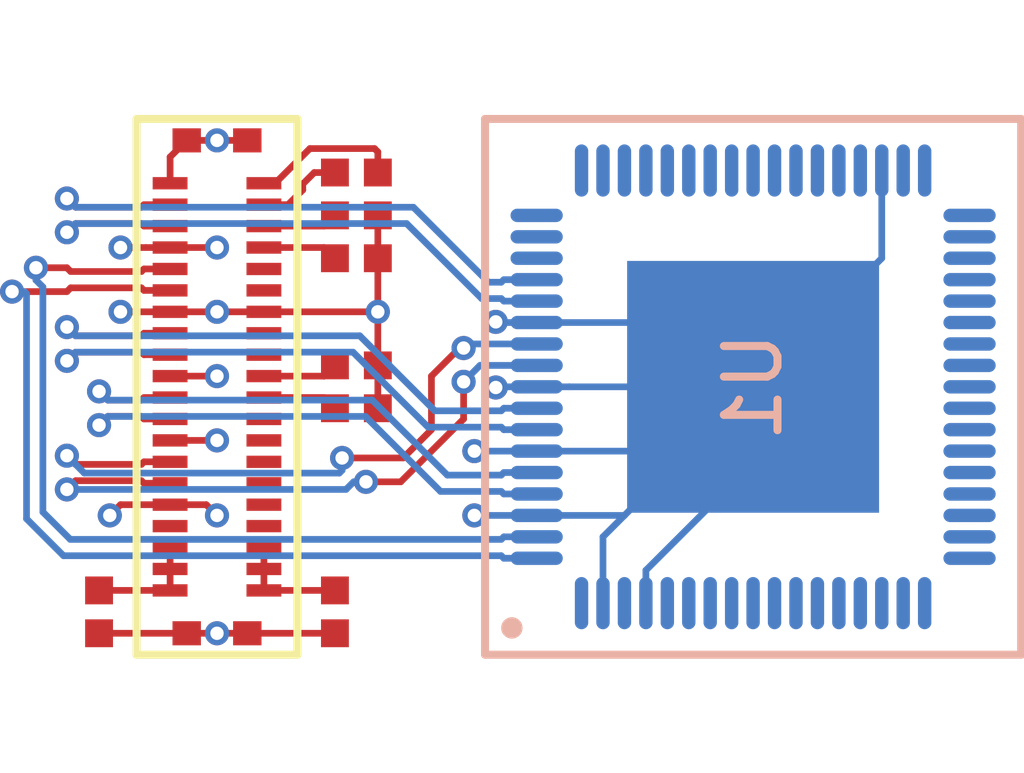
<source format=kicad_pcb>
(kicad_pcb (version 4) (host pcbnew 4.0.0-2.201511301920+6191~38~ubuntu14.04.1-stable)

  (general
    (links 52)
    (no_connects 38)
    (area 153.602261 97.704761 173.200001 112.295238)
    (thickness 1.6)
    (drawings 0)
    (tracks 212)
    (zones 0)
    (modules 9)
    (nets 22)
  )

  (page A4)
  (layers
    (0 F.Cu signal)
    (31 B.Cu signal)
    (32 B.Adhes user)
    (33 F.Adhes user)
    (34 B.Paste user)
    (35 F.Paste user)
    (36 B.SilkS user)
    (37 F.SilkS user)
    (38 B.Mask user)
    (39 F.Mask user)
    (40 Dwgs.User user hide)
    (41 Cmts.User user)
    (42 Eco1.User user)
    (43 Eco2.User user)
    (44 Edge.Cuts user)
    (45 Margin user)
    (46 B.CrtYd user)
    (47 F.CrtYd user)
    (48 B.Fab user)
    (49 F.Fab user)
  )

  (setup
    (last_trace_width 0.125)
    (trace_clearance 0.125)
    (zone_clearance 0.508)
    (zone_45_only no)
    (trace_min 0.125)
    (segment_width 0.2)
    (edge_width 0.15)
    (via_size 0.45)
    (via_drill 0.25)
    (via_min_size 0.4)
    (via_min_drill 0.25)
    (uvia_size 0.3)
    (uvia_drill 0.1)
    (uvias_allowed no)
    (uvia_min_size 0.2)
    (uvia_min_drill 0.1)
    (pcb_text_width 0.3)
    (pcb_text_size 1.5 1.5)
    (mod_edge_width 0.15)
    (mod_text_size 1 1)
    (mod_text_width 0.15)
    (pad_size 1.524 1.524)
    (pad_drill 0.762)
    (pad_to_mask_clearance 0.1)
    (aux_axis_origin 0 0)
    (visible_elements FFFFFF1F)
    (pcbplotparams
      (layerselection 0x00030_80000001)
      (usegerberextensions false)
      (excludeedgelayer true)
      (linewidth 0.100000)
      (plotframeref false)
      (viasonmask false)
      (mode 1)
      (useauxorigin false)
      (hpglpennumber 1)
      (hpglpenspeed 20)
      (hpglpendiameter 15)
      (hpglpenoverlay 2)
      (psnegative false)
      (psa4output false)
      (plotreference true)
      (plotvalue true)
      (plotinvisibletext false)
      (padsonsilk false)
      (subtractmaskfromsilk false)
      (outputformat 1)
      (mirror false)
      (drillshape 1)
      (scaleselection 1)
      (outputdirectory ""))
  )

  (net 0 "")
  (net 1 GND)
  (net 2 +1V2)
  (net 3 +3V3)
  (net 4 /CLK_P)
  (net 5 /CLK_N)
  (net 6 /DATA2_P)
  (net 7 /DATA2_N)
  (net 8 /DATA1_P)
  (net 9 /DATA1_N)
  (net 10 /DATA0_P)
  (net 11 /DATA0_N)
  (net 12 /DATA3_P)
  (net 13 /DATA3_N)
  (net 14 "Net-(OLED1-Pad2)")
  (net 15 "Net-(OLED1-Pad4)")
  (net 16 "Net-(C1-Pad1)")
  (net 17 "Net-(C2-Pad1)")
  (net 18 "Net-(C3-Pad1)")
  (net 19 "Net-(C4-Pad1)")
  (net 20 "Net-(C5-Pad1)")
  (net 21 "Net-(C6-Pad1)")

  (net_class Default "This is the default net class."
    (clearance 0.125)
    (trace_width 0.125)
    (via_dia 0.45)
    (via_drill 0.25)
    (uvia_dia 0.3)
    (uvia_drill 0.1)
    (add_net +1V2)
    (add_net +3V3)
    (add_net /CLK_N)
    (add_net /CLK_P)
    (add_net /DATA0_N)
    (add_net /DATA0_P)
    (add_net /DATA1_N)
    (add_net /DATA1_P)
    (add_net /DATA2_N)
    (add_net /DATA2_P)
    (add_net /DATA3_N)
    (add_net /DATA3_P)
    (add_net GND)
    (add_net "Net-(C1-Pad1)")
    (add_net "Net-(C2-Pad1)")
    (add_net "Net-(C3-Pad1)")
    (add_net "Net-(C4-Pad1)")
    (add_net "Net-(C5-Pad1)")
    (add_net "Net-(C6-Pad1)")
    (add_net "Net-(OLED1-Pad2)")
    (add_net "Net-(OLED1-Pad4)")
  )

  (module SMD-Connectors:PANASONIC-AXE640124-SAMSUNG-S4 locked (layer F.Cu) (tedit 56644452) (tstamp 5665F0C7)
    (at 158 105 270)
    (path /56643BD1)
    (fp_text reference OLED1 (at 0 0 270) (layer F.SilkS) hide
      (effects (font (size 1 1) (thickness 0.15)))
    )
    (fp_text value SAMSUNG_S4_OLED (at 0 0 270) (layer F.Fab)
      (effects (font (size 1 1) (thickness 0.15)))
    )
    (fp_line (start 5.5 2.5) (end 5.5 3.5) (layer F.Fab) (width 0.15))
    (fp_line (start -5.5 2.5) (end -5.5 3.5) (layer F.Fab) (width 0.15))
    (fp_line (start -6 -2.5) (end 6 -2.5) (layer F.Fab) (width 0.15))
    (fp_line (start 6 -2.5) (end 6 2.5) (layer F.Fab) (width 0.15))
    (fp_line (start 6 2.5) (end -6 2.5) (layer F.Fab) (width 0.15))
    (fp_line (start -6 2.5) (end -6 -2.5) (layer F.Fab) (width 0.15))
    (fp_line (start -5 -1.5) (end 5 -1.5) (layer F.SilkS) (width 0.15))
    (fp_line (start 5 -1.5) (end 5 1.5) (layer F.SilkS) (width 0.15))
    (fp_line (start 5 1.5) (end -5 1.5) (layer F.SilkS) (width 0.15))
    (fp_line (start -5 1.5) (end -5 -1.5) (layer F.SilkS) (width 0.15))
    (fp_line (start -5 -1.5) (end 5 -1.5) (layer F.Fab) (width 0.05))
    (fp_line (start 5 -1.5) (end 5 1.5) (layer F.Fab) (width 0.05))
    (fp_line (start 5 1.5) (end -5 1.5) (layer F.Fab) (width 0.05))
    (fp_line (start -5 1.5) (end -5 -1.5) (layer F.Fab) (width 0.05))
    (fp_arc (start -4.75 -0.56) (end -4.75 -0.63) (angle -45.5846914) (layer Dwgs.User) (width 0.025))
    (fp_line (start -4.388995 -0.63) (end -4.75 -0.63) (layer Dwgs.User) (width 0.025))
    (fp_line (start -4.328995 -0.57) (end -4.388995 -0.63) (layer Dwgs.User) (width 0.025))
    (fp_line (start -4.075 -0.57) (end -4.328995 -0.57) (layer Dwgs.User) (width 0.025))
    (fp_line (start -4.075 -0.54) (end -4.075 -0.57) (layer Dwgs.User) (width 0.025))
    (fp_line (start -4.33 -0.54) (end -4.075 -0.54) (layer Dwgs.User) (width 0.025))
    (fp_line (start -4.33 -0.42) (end -4.33 -0.54) (layer Dwgs.User) (width 0.025))
    (fp_line (start -4.8 -0.42) (end -4.33 -0.42) (layer Dwgs.User) (width 0.025))
    (fp_line (start -4.8 -0.60899) (end -4.8 -0.42) (layer Dwgs.User) (width 0.025))
    (fp_line (start -4.48 -0.54) (end -4.48 -0.5405) (layer Dwgs.User) (width 0.025))
    (fp_line (start -4.48 -0.5405) (end -4.72 -0.5405) (layer Dwgs.User) (width 0.025))
    (fp_line (start -4.72 -0.5405) (end -4.72 -0.54) (layer Dwgs.User) (width 0.025))
    (fp_line (start -4.72 -0.5395) (end -4.72 -0.54) (layer Dwgs.User) (width 0.025))
    (fp_line (start -4.72 -0.5395) (end -4.48 -0.5395) (layer Dwgs.User) (width 0.025))
    (fp_line (start -4.48 -0.5395) (end -4.48 -0.54) (layer Dwgs.User) (width 0.025))
    (fp_line (start -4.8 0.42) (end -4.33 0.42) (layer Dwgs.User) (width 0.025))
    (fp_line (start -4.33 0.42) (end -4.33 0.54) (layer Dwgs.User) (width 0.025))
    (fp_line (start -4.33 0.54) (end -4.075 0.54) (layer Dwgs.User) (width 0.025))
    (fp_line (start -4.075 0.54) (end -4.075 0.57) (layer Dwgs.User) (width 0.025))
    (fp_line (start -4.075 0.57) (end -4.328995 0.57) (layer Dwgs.User) (width 0.025))
    (fp_line (start -4.328995 0.57) (end -4.388995 0.63) (layer Dwgs.User) (width 0.025))
    (fp_line (start -4.388995 0.63) (end -4.75 0.63) (layer Dwgs.User) (width 0.025))
    (fp_arc (start -4.75 0.56) (end -4.8 0.60899) (angle -45.5846914) (layer Dwgs.User) (width 0.025))
    (fp_line (start -4.8 0.60899) (end -4.8 0.42) (layer Dwgs.User) (width 0.025))
    (fp_line (start -4.72 0.5395) (end -4.48 0.5395) (layer Dwgs.User) (width 0.025))
    (fp_line (start -4.72 0.5395) (end -4.72 0.54) (layer Dwgs.User) (width 0.025))
    (fp_line (start -4.72 0.5405) (end -4.72 0.54) (layer Dwgs.User) (width 0.025))
    (fp_line (start -4.48 0.5405) (end -4.72 0.5405) (layer Dwgs.User) (width 0.025))
    (fp_line (start -4.48 0.54) (end -4.48 0.5405) (layer Dwgs.User) (width 0.025))
    (fp_line (start -4.48 0.5395) (end -4.48 0.54) (layer Dwgs.User) (width 0.025))
    (fp_arc (start 4.75 0.56) (end 4.75 0.63) (angle -45.5846914) (layer Dwgs.User) (width 0.025))
    (fp_line (start 4.388995 0.63) (end 4.75 0.63) (layer Dwgs.User) (width 0.025))
    (fp_line (start 4.328995 0.57) (end 4.388995 0.63) (layer Dwgs.User) (width 0.025))
    (fp_line (start 4.075 0.57) (end 4.328995 0.57) (layer Dwgs.User) (width 0.025))
    (fp_line (start 4.075 0.54) (end 4.075 0.57) (layer Dwgs.User) (width 0.025))
    (fp_line (start 4.33 0.54) (end 4.075 0.54) (layer Dwgs.User) (width 0.025))
    (fp_line (start 4.33 0.42) (end 4.33 0.54) (layer Dwgs.User) (width 0.025))
    (fp_line (start 4.8 0.42) (end 4.33 0.42) (layer Dwgs.User) (width 0.025))
    (fp_line (start 4.8 0.60899) (end 4.8 0.42) (layer Dwgs.User) (width 0.025))
    (fp_line (start 4.48 0.54) (end 4.48 0.5405) (layer Dwgs.User) (width 0.025))
    (fp_line (start 4.48 0.5405) (end 4.72 0.5405) (layer Dwgs.User) (width 0.025))
    (fp_line (start 4.72 0.5405) (end 4.72 0.54) (layer Dwgs.User) (width 0.025))
    (fp_line (start 4.72 0.5395) (end 4.72 0.54) (layer Dwgs.User) (width 0.025))
    (fp_line (start 4.72 0.5395) (end 4.48 0.5395) (layer Dwgs.User) (width 0.025))
    (fp_line (start 4.48 0.5395) (end 4.48 0.54) (layer Dwgs.User) (width 0.025))
    (fp_line (start 4.48 -0.5395) (end 4.48 -0.54) (layer Dwgs.User) (width 0.025))
    (fp_line (start 4.48 -0.54) (end 4.48 -0.5405) (layer Dwgs.User) (width 0.025))
    (fp_line (start 4.48 -0.5405) (end 4.72 -0.5405) (layer Dwgs.User) (width 0.025))
    (fp_line (start 4.72 -0.5405) (end 4.72 -0.54) (layer Dwgs.User) (width 0.025))
    (fp_line (start 4.72 -0.5395) (end 4.72 -0.54) (layer Dwgs.User) (width 0.025))
    (fp_line (start 4.72 -0.5395) (end 4.48 -0.5395) (layer Dwgs.User) (width 0.025))
    (fp_line (start 4.8 -0.42) (end 4.33 -0.42) (layer Dwgs.User) (width 0.025))
    (fp_line (start 4.33 -0.42) (end 4.33 -0.54) (layer Dwgs.User) (width 0.025))
    (fp_line (start 4.33 -0.54) (end 4.075 -0.54) (layer Dwgs.User) (width 0.025))
    (fp_line (start 4.075 -0.54) (end 4.075 -0.57) (layer Dwgs.User) (width 0.025))
    (fp_line (start 4.075 -0.57) (end 4.328995 -0.57) (layer Dwgs.User) (width 0.025))
    (fp_line (start 4.328995 -0.57) (end 4.388995 -0.63) (layer Dwgs.User) (width 0.025))
    (fp_line (start 4.388995 -0.63) (end 4.75 -0.63) (layer Dwgs.User) (width 0.025))
    (fp_arc (start 4.75 -0.56) (end 4.8 -0.60899) (angle -45.5846914) (layer Dwgs.User) (width 0.025))
    (fp_line (start 4.8 -0.60899) (end 4.8 -0.42) (layer Dwgs.User) (width 0.025))
    (fp_line (start -4.75 0.71) (end -4.37 0.71) (layer Dwgs.User) (width 0.025))
    (fp_line (start -4.75 0.63) (end -4.75 0.71) (layer Dwgs.User) (width 0.025))
    (fp_line (start -4.36 0.7) (end -4.388995 0.63) (layer Dwgs.User) (width 0.025))
    (fp_line (start -4.37 0.71) (end -4.36 0.7) (layer Dwgs.User) (width 0.025))
    (fp_arc (start -4.118865 -0.653163) (end -4.33 -0.42) (angle -16.34742114) (layer Dwgs.User) (width 0.025))
    (fp_line (start -4.255838 -0.37) (end -4.85 -0.37) (layer Dwgs.User) (width 0.025))
    (fp_arc (start -4.85 -0.42) (end -4.85 -0.37) (angle -90) (layer Dwgs.User) (width 0.025))
    (fp_line (start -4.9 -0.37) (end -4.9 -0.56) (layer Dwgs.User) (width 0.025))
    (fp_arc (start -4.75 -0.56) (end -4.88 -0.634833) (angle -29.92643487) (layer Dwgs.User) (width 0.025))
    (fp_line (start -4.8 -0.60899) (end -4.856428 -0.628243) (layer Dwgs.User) (width 0.025))
    (fp_line (start -4.856428 -0.628243) (end -4.88 -0.634833) (layer Dwgs.User) (width 0.025))
    (fp_line (start -4.85 -0.37) (end -4.9 -0.37) (layer Dwgs.User) (width 0.025))
    (fp_line (start -4.255838 0.37) (end -4.85 0.37) (layer Dwgs.User) (width 0.025))
    (fp_arc (start -4.118865 0.653163) (end -4.255838 0.37) (angle -16.34742114) (layer Dwgs.User) (width 0.025))
    (fp_arc (start -4.85 0.42) (end -4.8 0.42) (angle -90) (layer Dwgs.User) (width 0.025))
    (fp_line (start -4.8 0.60899) (end -4.856428 0.628243) (layer Dwgs.User) (width 0.025))
    (fp_line (start -4.856428 0.628243) (end -4.88 0.634833) (layer Dwgs.User) (width 0.025))
    (fp_arc (start -4.75 0.56) (end -4.9 0.56) (angle -29.92643487) (layer Dwgs.User) (width 0.025))
    (fp_line (start -4.9 0.37) (end -4.9 0.56) (layer Dwgs.User) (width 0.025))
    (fp_line (start -4.85 0.37) (end -4.9 0.37) (layer Dwgs.User) (width 0.025))
    (fp_arc (start -4.75 0.56) (end -4.88 0.634833) (angle -60.07356513) (layer Dwgs.User) (width 0.025))
    (fp_line (start -4.36 -0.7) (end -4.388995 -0.63) (layer Dwgs.User) (width 0.025))
    (fp_line (start -4.75 -0.63) (end -4.75 -0.71) (layer Dwgs.User) (width 0.025))
    (fp_line (start -4.75 -0.71) (end -4.37 -0.71) (layer Dwgs.User) (width 0.025))
    (fp_line (start -4.37 -0.71) (end -4.36 -0.7) (layer Dwgs.User) (width 0.025))
    (fp_arc (start -4.75 -0.56) (end -4.75 -0.71) (angle -60.07356513) (layer Dwgs.User) (width 0.025))
    (fp_line (start -4.33 0.17) (end -4.71 0.17) (layer Dwgs.User) (width 0.025))
    (fp_arc (start -4.089293 -0.107025) (end -4.33 0.17) (angle -13.99885122) (layer Dwgs.User) (width 0.025))
    (fp_line (start -4.76 0.22) (end -4.255838 0.22) (layer Dwgs.User) (width 0.025))
    (fp_arc (start -4.76 0.17) (end -4.76 0.22) (angle -90) (layer Dwgs.User) (width 0.025))
    (fp_line (start -4.76 0.22) (end -4.805263 0.22) (layer Dwgs.User) (width 0.025))
    (fp_line (start -4.78 0.18) (end -4.805263 0.22) (layer Dwgs.User) (width 0.025))
    (fp_line (start -4.78 -0.18) (end -4.78 0.18) (layer Dwgs.User) (width 0.025))
    (fp_line (start -4.78 -0.18) (end -4.805263 -0.22) (layer Dwgs.User) (width 0.025))
    (fp_line (start -4.76 -0.22) (end -4.805263 -0.22) (layer Dwgs.User) (width 0.025))
    (fp_arc (start -4.76 -0.17) (end -4.71 -0.17) (angle -90) (layer Dwgs.User) (width 0.025))
    (fp_line (start -4.71 0.17) (end -4.71 -0.17) (layer Dwgs.User) (width 0.025))
    (fp_arc (start -4.089293 0.107026) (end -4.255838 -0.22) (angle -13.99885123) (layer Dwgs.User) (width 0.025))
    (fp_line (start -4.33 -0.17) (end -4.71 -0.17) (layer Dwgs.User) (width 0.025))
    (fp_line (start -4.33 -0.17) (end -4.33 0.17) (layer Dwgs.User) (width 0.025))
    (fp_line (start -4.25 -0.37) (end -4.255838 -0.37) (layer Dwgs.User) (width 0.025))
    (fp_arc (start -5.381244 0.070974) (end -4.25 -0.374773) (angle -8.658735301) (layer Dwgs.User) (width 0.025))
    (fp_line (start -4.25 -0.374773) (end -4.25 -0.37) (layer Dwgs.User) (width 0.025))
    (fp_line (start -4.326794 -0.575314) (end -4.328995 -0.57) (layer Dwgs.User) (width 0.025))
    (fp_line (start -4.36 -0.7) (end -4.3 -0.64) (layer Dwgs.User) (width 0.025))
    (fp_arc (start -4.288227 -0.605559) (end -4.323098 -0.64) (angle -82.7499031) (layer Dwgs.User) (width 0.025))
    (fp_line (start -4.255838 -0.22) (end -4.25 -0.22) (layer Dwgs.User) (width 0.025))
    (fp_line (start -4.25 0.22) (end -4.25 -0.22) (layer Dwgs.User) (width 0.025))
    (fp_line (start -4.255838 0.22) (end -4.25 0.22) (layer Dwgs.User) (width 0.025))
    (fp_arc (start -4.200692 -0.374061) (end -4.2 -0.423369) (angle -89.97677071) (layer Dwgs.User) (width 0.025))
    (fp_arc (start -4.733424 0.040434) (end -4.2 -0.423369) (angle -14.19280817) (layer Dwgs.User) (width 0.025))
    (fp_arc (start -5.381244 -0.070974) (end -4.33 0.54) (angle -8.658735302) (layer Dwgs.User) (width 0.025))
    (fp_arc (start -4.200692 0.374061) (end -4.25 0.374773) (angle -89.97677071) (layer Dwgs.User) (width 0.025))
    (fp_arc (start -4.733424 -0.040434) (end -4.33 0.54) (angle -14.19280817) (layer Dwgs.User) (width 0.025))
    (fp_line (start -4.25 0.37) (end -4.255838 0.37) (layer Dwgs.User) (width 0.025))
    (fp_line (start -4.25 0.374773) (end -4.25 0.37) (layer Dwgs.User) (width 0.025))
    (fp_line (start -4.075 -0.575314) (end -4.326794 -0.575314) (layer Dwgs.User) (width 0.025))
    (fp_line (start -4.075 -0.575314) (end -4.075 -0.57) (layer Dwgs.User) (width 0.025))
    (fp_line (start -4.36 0.7) (end -4.3 0.64) (layer Dwgs.User) (width 0.025))
    (fp_line (start -4.326794 0.575314) (end -4.328995 0.57) (layer Dwgs.User) (width 0.025))
    (fp_arc (start -4.288227 0.605559) (end -4.326794 0.575314) (angle -82.74990306) (layer Dwgs.User) (width 0.025))
    (fp_line (start -4.326794 0.575314) (end -4.075 0.575314) (layer Dwgs.User) (width 0.025))
    (fp_line (start -4.2 0.423369) (end -4.2 0.42) (layer Dwgs.User) (width 0.025))
    (fp_line (start -4.2 0.42) (end 4.2 0.42) (layer Dwgs.User) (width 0.025))
    (fp_line (start 4.2 0.423369) (end 4.2 0.42) (layer Dwgs.User) (width 0.025))
    (fp_arc (start 4.733424 -0.040434) (end 4.2 0.423369) (angle -14.19280817) (layer Dwgs.User) (width 0.025))
    (fp_line (start 4.326794 0.575314) (end 4.075 0.575314) (layer Dwgs.User) (width 0.025))
    (fp_arc (start 4.288227 0.605559) (end 4.323098 0.64) (angle -82.74990305) (layer Dwgs.User) (width 0.025))
    (fp_line (start 3.92 0.64) (end 4.323098 0.64) (layer Dwgs.User) (width 0.025))
    (fp_line (start 3.92 0.64) (end 3.92 0.66) (layer Dwgs.User) (width 0.025))
    (fp_line (start 3.92 0.66) (end 3.68 0.66) (layer Dwgs.User) (width 0.025))
    (fp_line (start 3.68 0.64) (end 3.68 0.66) (layer Dwgs.User) (width 0.025))
    (fp_line (start 3.52 0.64) (end 3.68 0.64) (layer Dwgs.User) (width 0.025))
    (fp_line (start 3.52 0.64) (end 3.52 0.66) (layer Dwgs.User) (width 0.025))
    (fp_line (start 3.52 0.66) (end 3.28 0.66) (layer Dwgs.User) (width 0.025))
    (fp_line (start 3.28 0.64) (end 3.28 0.66) (layer Dwgs.User) (width 0.025))
    (fp_line (start 3.12 0.64) (end 3.28 0.64) (layer Dwgs.User) (width 0.025))
    (fp_line (start 3.12 0.64) (end 3.12 0.66) (layer Dwgs.User) (width 0.025))
    (fp_line (start 3.12 0.66) (end 2.88 0.66) (layer Dwgs.User) (width 0.025))
    (fp_line (start 2.88 0.64) (end 2.88 0.66) (layer Dwgs.User) (width 0.025))
    (fp_line (start 2.72 0.64) (end 2.88 0.64) (layer Dwgs.User) (width 0.025))
    (fp_line (start 2.72 0.64) (end 2.72 0.66) (layer Dwgs.User) (width 0.025))
    (fp_line (start 2.72 0.66) (end 2.48 0.66) (layer Dwgs.User) (width 0.025))
    (fp_line (start 2.48 0.64) (end 2.48 0.66) (layer Dwgs.User) (width 0.025))
    (fp_line (start 2.32 0.64) (end 2.48 0.64) (layer Dwgs.User) (width 0.025))
    (fp_line (start 2.32 0.64) (end 2.32 0.66) (layer Dwgs.User) (width 0.025))
    (fp_line (start 2.32 0.66) (end 2.08 0.66) (layer Dwgs.User) (width 0.025))
    (fp_line (start 2.08 0.64) (end 2.08 0.66) (layer Dwgs.User) (width 0.025))
    (fp_line (start 1.92 0.64) (end 2.08 0.64) (layer Dwgs.User) (width 0.025))
    (fp_line (start 1.92 0.64) (end 1.92 0.66) (layer Dwgs.User) (width 0.025))
    (fp_line (start 1.92 0.66) (end 1.68 0.66) (layer Dwgs.User) (width 0.025))
    (fp_line (start 1.68 0.64) (end 1.68 0.66) (layer Dwgs.User) (width 0.025))
    (fp_line (start 1.52 0.64) (end 1.68 0.64) (layer Dwgs.User) (width 0.025))
    (fp_line (start 1.52 0.64) (end 1.52 0.66) (layer Dwgs.User) (width 0.025))
    (fp_line (start 1.52 0.66) (end 1.28 0.66) (layer Dwgs.User) (width 0.025))
    (fp_line (start 1.28 0.64) (end 1.28 0.66) (layer Dwgs.User) (width 0.025))
    (fp_line (start 1.12 0.64) (end 1.28 0.64) (layer Dwgs.User) (width 0.025))
    (fp_line (start 1.12 0.64) (end 1.12 0.66) (layer Dwgs.User) (width 0.025))
    (fp_line (start 1.12 0.66) (end 0.88 0.66) (layer Dwgs.User) (width 0.025))
    (fp_line (start 0.88 0.64) (end 0.88 0.66) (layer Dwgs.User) (width 0.025))
    (fp_line (start 0.72 0.64) (end 0.88 0.64) (layer Dwgs.User) (width 0.025))
    (fp_line (start 0.72 0.64) (end 0.72 0.66) (layer Dwgs.User) (width 0.025))
    (fp_line (start 0.72 0.66) (end 0.48 0.66) (layer Dwgs.User) (width 0.025))
    (fp_line (start 0.48 0.64) (end 0.48 0.66) (layer Dwgs.User) (width 0.025))
    (fp_line (start 0.32 0.64) (end 0.48 0.64) (layer Dwgs.User) (width 0.025))
    (fp_line (start 0.32 0.64) (end 0.32 0.66) (layer Dwgs.User) (width 0.025))
    (fp_line (start 0.32 0.66) (end 0.08 0.66) (layer Dwgs.User) (width 0.025))
    (fp_line (start 0.08 0.64) (end 0.08 0.66) (layer Dwgs.User) (width 0.025))
    (fp_line (start -0.08 0.64) (end 0.08 0.64) (layer Dwgs.User) (width 0.025))
    (fp_line (start -0.08 0.64) (end -0.08 0.66) (layer Dwgs.User) (width 0.025))
    (fp_line (start -0.08 0.66) (end -0.32 0.66) (layer Dwgs.User) (width 0.025))
    (fp_line (start -0.32 0.64) (end -0.32 0.66) (layer Dwgs.User) (width 0.025))
    (fp_line (start -0.48 0.64) (end -0.32 0.64) (layer Dwgs.User) (width 0.025))
    (fp_line (start -0.48 0.64) (end -0.48 0.66) (layer Dwgs.User) (width 0.025))
    (fp_line (start -0.48 0.66) (end -0.72 0.66) (layer Dwgs.User) (width 0.025))
    (fp_line (start -0.72 0.64) (end -0.72 0.66) (layer Dwgs.User) (width 0.025))
    (fp_line (start -0.88 0.64) (end -0.72 0.64) (layer Dwgs.User) (width 0.025))
    (fp_line (start -0.88 0.64) (end -0.88 0.66) (layer Dwgs.User) (width 0.025))
    (fp_line (start -0.88 0.66) (end -1.12 0.66) (layer Dwgs.User) (width 0.025))
    (fp_line (start -1.12 0.64) (end -1.12 0.66) (layer Dwgs.User) (width 0.025))
    (fp_line (start -1.28 0.64) (end -1.12 0.64) (layer Dwgs.User) (width 0.025))
    (fp_line (start -1.28 0.64) (end -1.28 0.66) (layer Dwgs.User) (width 0.025))
    (fp_line (start -1.28 0.66) (end -1.52 0.66) (layer Dwgs.User) (width 0.025))
    (fp_line (start -1.52 0.64) (end -1.52 0.66) (layer Dwgs.User) (width 0.025))
    (fp_line (start -1.68 0.64) (end -1.52 0.64) (layer Dwgs.User) (width 0.025))
    (fp_line (start -1.68 0.64) (end -1.68 0.66) (layer Dwgs.User) (width 0.025))
    (fp_line (start -1.68 0.66) (end -1.92 0.66) (layer Dwgs.User) (width 0.025))
    (fp_line (start -1.92 0.64) (end -1.92 0.66) (layer Dwgs.User) (width 0.025))
    (fp_line (start -2.08 0.64) (end -1.92 0.64) (layer Dwgs.User) (width 0.025))
    (fp_line (start -2.08 0.64) (end -2.08 0.66) (layer Dwgs.User) (width 0.025))
    (fp_line (start -2.08 0.66) (end -2.32 0.66) (layer Dwgs.User) (width 0.025))
    (fp_line (start -2.32 0.64) (end -2.32 0.66) (layer Dwgs.User) (width 0.025))
    (fp_line (start -2.48 0.64) (end -2.32 0.64) (layer Dwgs.User) (width 0.025))
    (fp_line (start -2.48 0.64) (end -2.48 0.66) (layer Dwgs.User) (width 0.025))
    (fp_line (start -2.48 0.66) (end -2.72 0.66) (layer Dwgs.User) (width 0.025))
    (fp_line (start -2.72 0.64) (end -2.72 0.66) (layer Dwgs.User) (width 0.025))
    (fp_line (start -2.88 0.64) (end -2.72 0.64) (layer Dwgs.User) (width 0.025))
    (fp_line (start -2.88 0.64) (end -2.88 0.66) (layer Dwgs.User) (width 0.025))
    (fp_line (start -2.88 0.66) (end -3.12 0.66) (layer Dwgs.User) (width 0.025))
    (fp_line (start -3.12 0.64) (end -3.12 0.66) (layer Dwgs.User) (width 0.025))
    (fp_line (start -3.28 0.64) (end -3.12 0.64) (layer Dwgs.User) (width 0.025))
    (fp_line (start -3.28 0.64) (end -3.28 0.66) (layer Dwgs.User) (width 0.025))
    (fp_line (start -3.28 0.66) (end -3.52 0.66) (layer Dwgs.User) (width 0.025))
    (fp_line (start -3.52 0.64) (end -3.52 0.66) (layer Dwgs.User) (width 0.025))
    (fp_line (start -3.68 0.64) (end -3.52 0.64) (layer Dwgs.User) (width 0.025))
    (fp_line (start -3.68 0.64) (end -3.68 0.66) (layer Dwgs.User) (width 0.025))
    (fp_line (start -3.68 0.66) (end -3.92 0.66) (layer Dwgs.User) (width 0.025))
    (fp_line (start -3.92 0.64) (end -3.92 0.66) (layer Dwgs.User) (width 0.025))
    (fp_line (start -4.323098 0.64) (end -3.92 0.64) (layer Dwgs.User) (width 0.025))
    (fp_line (start -3.52 -0.64) (end -3.52 -0.66) (layer Dwgs.User) (width 0.025))
    (fp_line (start -3.52 -0.66) (end -3.28 -0.66) (layer Dwgs.User) (width 0.025))
    (fp_line (start -3.28 -0.64) (end -3.28 -0.66) (layer Dwgs.User) (width 0.025))
    (fp_line (start -3.12 -0.64) (end -3.28 -0.64) (layer Dwgs.User) (width 0.025))
    (fp_line (start -3.12 -0.64) (end -3.12 -0.66) (layer Dwgs.User) (width 0.025))
    (fp_line (start -3.12 -0.66) (end -2.88 -0.66) (layer Dwgs.User) (width 0.025))
    (fp_line (start -2.88 -0.64) (end -2.88 -0.66) (layer Dwgs.User) (width 0.025))
    (fp_line (start -2.72 -0.64) (end -2.88 -0.64) (layer Dwgs.User) (width 0.025))
    (fp_line (start -2.72 -0.64) (end -2.72 -0.66) (layer Dwgs.User) (width 0.025))
    (fp_line (start -2.72 -0.66) (end -2.48 -0.66) (layer Dwgs.User) (width 0.025))
    (fp_line (start -2.48 -0.64) (end -2.48 -0.66) (layer Dwgs.User) (width 0.025))
    (fp_line (start -2.32 -0.64) (end -2.48 -0.64) (layer Dwgs.User) (width 0.025))
    (fp_line (start -2.32 -0.64) (end -2.32 -0.66) (layer Dwgs.User) (width 0.025))
    (fp_line (start -2.32 -0.66) (end -2.08 -0.66) (layer Dwgs.User) (width 0.025))
    (fp_line (start -2.08 -0.64) (end -2.08 -0.66) (layer Dwgs.User) (width 0.025))
    (fp_line (start -1.92 -0.64) (end -2.08 -0.64) (layer Dwgs.User) (width 0.025))
    (fp_line (start -1.92 -0.64) (end -1.92 -0.66) (layer Dwgs.User) (width 0.025))
    (fp_line (start -1.92 -0.66) (end -1.68 -0.66) (layer Dwgs.User) (width 0.025))
    (fp_line (start -1.68 -0.64) (end -1.68 -0.66) (layer Dwgs.User) (width 0.025))
    (fp_line (start -1.52 -0.64) (end -1.68 -0.64) (layer Dwgs.User) (width 0.025))
    (fp_line (start -1.52 -0.64) (end -1.52 -0.66) (layer Dwgs.User) (width 0.025))
    (fp_line (start -1.52 -0.66) (end -1.28 -0.66) (layer Dwgs.User) (width 0.025))
    (fp_line (start -1.28 -0.64) (end -1.28 -0.66) (layer Dwgs.User) (width 0.025))
    (fp_line (start -1.12 -0.64) (end -1.28 -0.64) (layer Dwgs.User) (width 0.025))
    (fp_line (start -1.12 -0.64) (end -1.12 -0.66) (layer Dwgs.User) (width 0.025))
    (fp_line (start -1.12 -0.66) (end -0.88 -0.66) (layer Dwgs.User) (width 0.025))
    (fp_line (start -0.88 -0.64) (end -0.88 -0.66) (layer Dwgs.User) (width 0.025))
    (fp_line (start -0.72 -0.64) (end -0.88 -0.64) (layer Dwgs.User) (width 0.025))
    (fp_line (start -0.72 -0.64) (end -0.72 -0.66) (layer Dwgs.User) (width 0.025))
    (fp_line (start -0.72 -0.66) (end -0.48 -0.66) (layer Dwgs.User) (width 0.025))
    (fp_line (start -0.48 -0.64) (end -0.48 -0.66) (layer Dwgs.User) (width 0.025))
    (fp_line (start -0.32 -0.64) (end -0.48 -0.64) (layer Dwgs.User) (width 0.025))
    (fp_line (start -0.32 -0.64) (end -0.32 -0.66) (layer Dwgs.User) (width 0.025))
    (fp_line (start -0.32 -0.66) (end -0.08 -0.66) (layer Dwgs.User) (width 0.025))
    (fp_line (start -0.08 -0.64) (end -0.08 -0.66) (layer Dwgs.User) (width 0.025))
    (fp_line (start 0.08 -0.64) (end -0.08 -0.64) (layer Dwgs.User) (width 0.025))
    (fp_line (start 0.08 -0.64) (end 0.08 -0.66) (layer Dwgs.User) (width 0.025))
    (fp_line (start 0.08 -0.66) (end 0.32 -0.66) (layer Dwgs.User) (width 0.025))
    (fp_line (start 0.32 -0.64) (end 0.32 -0.66) (layer Dwgs.User) (width 0.025))
    (fp_line (start 0.48 -0.64) (end 0.32 -0.64) (layer Dwgs.User) (width 0.025))
    (fp_line (start 0.48 -0.64) (end 0.48 -0.66) (layer Dwgs.User) (width 0.025))
    (fp_line (start 0.48 -0.66) (end 0.72 -0.66) (layer Dwgs.User) (width 0.025))
    (fp_line (start 0.72 -0.64) (end 0.72 -0.66) (layer Dwgs.User) (width 0.025))
    (fp_line (start 0.88 -0.64) (end 0.72 -0.64) (layer Dwgs.User) (width 0.025))
    (fp_line (start 0.88 -0.64) (end 0.88 -0.66) (layer Dwgs.User) (width 0.025))
    (fp_line (start 0.88 -0.66) (end 1.12 -0.66) (layer Dwgs.User) (width 0.025))
    (fp_line (start 1.12 -0.64) (end 1.12 -0.66) (layer Dwgs.User) (width 0.025))
    (fp_line (start 1.28 -0.64) (end 1.12 -0.64) (layer Dwgs.User) (width 0.025))
    (fp_line (start 1.28 -0.64) (end 1.28 -0.66) (layer Dwgs.User) (width 0.025))
    (fp_line (start 1.28 -0.66) (end 1.52 -0.66) (layer Dwgs.User) (width 0.025))
    (fp_line (start 1.52 -0.64) (end 1.52 -0.66) (layer Dwgs.User) (width 0.025))
    (fp_line (start 1.68 -0.64) (end 1.52 -0.64) (layer Dwgs.User) (width 0.025))
    (fp_line (start 1.68 -0.64) (end 1.68 -0.66) (layer Dwgs.User) (width 0.025))
    (fp_line (start 1.68 -0.66) (end 1.92 -0.66) (layer Dwgs.User) (width 0.025))
    (fp_line (start 1.92 -0.64) (end 1.92 -0.66) (layer Dwgs.User) (width 0.025))
    (fp_line (start 2.08 -0.64) (end 1.92 -0.64) (layer Dwgs.User) (width 0.025))
    (fp_line (start 2.08 -0.64) (end 2.08 -0.66) (layer Dwgs.User) (width 0.025))
    (fp_line (start 2.08 -0.66) (end 2.32 -0.66) (layer Dwgs.User) (width 0.025))
    (fp_line (start 2.32 -0.64) (end 2.32 -0.66) (layer Dwgs.User) (width 0.025))
    (fp_line (start 2.48 -0.64) (end 2.32 -0.64) (layer Dwgs.User) (width 0.025))
    (fp_line (start 2.48 -0.64) (end 2.48 -0.66) (layer Dwgs.User) (width 0.025))
    (fp_line (start 2.48 -0.66) (end 2.72 -0.66) (layer Dwgs.User) (width 0.025))
    (fp_line (start 2.72 -0.64) (end 2.72 -0.66) (layer Dwgs.User) (width 0.025))
    (fp_line (start 2.88 -0.64) (end 2.72 -0.64) (layer Dwgs.User) (width 0.025))
    (fp_line (start 2.88 -0.64) (end 2.88 -0.66) (layer Dwgs.User) (width 0.025))
    (fp_line (start 2.88 -0.66) (end 3.12 -0.66) (layer Dwgs.User) (width 0.025))
    (fp_line (start 3.12 -0.64) (end 3.12 -0.66) (layer Dwgs.User) (width 0.025))
    (fp_line (start 3.28 -0.64) (end 3.12 -0.64) (layer Dwgs.User) (width 0.025))
    (fp_line (start 3.28 -0.64) (end 3.28 -0.66) (layer Dwgs.User) (width 0.025))
    (fp_line (start 3.28 -0.66) (end 3.52 -0.66) (layer Dwgs.User) (width 0.025))
    (fp_line (start 3.52 -0.64) (end 3.52 -0.66) (layer Dwgs.User) (width 0.025))
    (fp_line (start 3.68 -0.64) (end 3.52 -0.64) (layer Dwgs.User) (width 0.025))
    (fp_line (start 3.68 -0.64) (end 3.68 -0.66) (layer Dwgs.User) (width 0.025))
    (fp_line (start 3.68 -0.66) (end 3.92 -0.66) (layer Dwgs.User) (width 0.025))
    (fp_line (start 3.92 -0.64) (end 3.92 -0.66) (layer Dwgs.User) (width 0.025))
    (fp_line (start 4.323098 -0.64) (end 3.92 -0.64) (layer Dwgs.User) (width 0.025))
    (fp_arc (start 4.288227 -0.605559) (end 4.326794 -0.575314) (angle -82.7499031) (layer Dwgs.User) (width 0.025))
    (fp_line (start 4.075 -0.575314) (end 4.326794 -0.575314) (layer Dwgs.User) (width 0.025))
    (fp_arc (start 4.733424 0.040434) (end 4.33 -0.54) (angle -14.19280817) (layer Dwgs.User) (width 0.025))
    (fp_line (start 4.2 -0.423369) (end 4.2 -0.42) (layer Dwgs.User) (width 0.025))
    (fp_line (start -4.2 -0.42) (end 4.2 -0.42) (layer Dwgs.User) (width 0.025))
    (fp_line (start -4.2 -0.423369) (end -4.2 -0.42) (layer Dwgs.User) (width 0.025))
    (fp_line (start -3.92 -0.64) (end -4.323098 -0.64) (layer Dwgs.User) (width 0.025))
    (fp_line (start -3.92 -0.64) (end -3.92 -0.66) (layer Dwgs.User) (width 0.025))
    (fp_line (start -3.92 -0.66) (end -3.68 -0.66) (layer Dwgs.User) (width 0.025))
    (fp_line (start -3.68 -0.64) (end -3.68 -0.66) (layer Dwgs.User) (width 0.025))
    (fp_line (start -3.52 -0.64) (end -3.68 -0.64) (layer Dwgs.User) (width 0.025))
    (fp_line (start -4.075 0.575314) (end -4.075 0.57) (layer Dwgs.User) (width 0.025))
    (fp_arc (start 4.200692 0.374061) (end 4.2 0.423369) (angle -89.97677071) (layer Dwgs.User) (width 0.025))
    (fp_arc (start 5.381244 -0.070974) (end 4.25 0.374773) (angle -8.6587353) (layer Dwgs.User) (width 0.025))
    (fp_arc (start 5.381244 0.070974) (end 4.33 -0.54) (angle -8.658735302) (layer Dwgs.User) (width 0.025))
    (fp_arc (start 4.200692 -0.374061) (end 4.25 -0.374773) (angle -89.97677071) (layer Dwgs.User) (width 0.025))
    (fp_line (start 4.075 0.575314) (end 4.075 0.57) (layer Dwgs.User) (width 0.025))
    (fp_line (start 4.326794 0.575314) (end 4.328995 0.57) (layer Dwgs.User) (width 0.025))
    (fp_line (start 4.326794 -0.575314) (end 4.328995 -0.57) (layer Dwgs.User) (width 0.025))
    (fp_line (start 4.075 -0.575314) (end 4.075 -0.57) (layer Dwgs.User) (width 0.025))
    (fp_line (start 4.25 0.22) (end 4.25 -0.22) (layer Dwgs.User) (width 0.025))
    (fp_line (start 4.255838 -0.22) (end 4.25 -0.22) (layer Dwgs.User) (width 0.025))
    (fp_arc (start 4.089293 0.107026) (end 4.33 -0.17) (angle -13.99885123) (layer Dwgs.User) (width 0.025))
    (fp_line (start 4.33 -0.17) (end 4.33 0.17) (layer Dwgs.User) (width 0.025))
    (fp_arc (start 4.089293 -0.107025) (end 4.255838 0.22) (angle -13.99885123) (layer Dwgs.User) (width 0.025))
    (fp_line (start 4.255838 0.22) (end 4.25 0.22) (layer Dwgs.User) (width 0.025))
    (fp_line (start 4.33 -0.17) (end 4.71 -0.17) (layer Dwgs.User) (width 0.025))
    (fp_line (start 4.71 0.17) (end 4.71 -0.17) (layer Dwgs.User) (width 0.025))
    (fp_line (start 4.33 0.17) (end 4.71 0.17) (layer Dwgs.User) (width 0.025))
    (fp_arc (start 4.118865 -0.653163) (end 4.255838 -0.37) (angle -16.34742114) (layer Dwgs.User) (width 0.025))
    (fp_line (start 4.25 -0.37) (end 4.255838 -0.37) (layer Dwgs.User) (width 0.025))
    (fp_line (start 4.25 -0.374773) (end 4.25 -0.37) (layer Dwgs.User) (width 0.025))
    (fp_line (start 4.255838 -0.37) (end 4.85 -0.37) (layer Dwgs.User) (width 0.025))
    (fp_arc (start 4.85 -0.42) (end 4.8 -0.42) (angle -90) (layer Dwgs.User) (width 0.025))
    (fp_line (start 4.36 0.7) (end 4.388995 0.63) (layer Dwgs.User) (width 0.025))
    (fp_line (start 4.75 0.63) (end 4.75 0.71) (layer Dwgs.User) (width 0.025))
    (fp_line (start 4.75 0.71) (end 4.37 0.71) (layer Dwgs.User) (width 0.025))
    (fp_line (start 4.37 0.71) (end 4.36 0.7) (layer Dwgs.User) (width 0.025))
    (fp_line (start 4.75 -0.71) (end 4.37 -0.71) (layer Dwgs.User) (width 0.025))
    (fp_line (start 4.75 -0.63) (end 4.75 -0.71) (layer Dwgs.User) (width 0.025))
    (fp_line (start 4.36 -0.7) (end 4.388995 -0.63) (layer Dwgs.User) (width 0.025))
    (fp_line (start 4.37 -0.71) (end 4.36 -0.7) (layer Dwgs.User) (width 0.025))
    (fp_line (start 4.25 0.37) (end 4.255838 0.37) (layer Dwgs.User) (width 0.025))
    (fp_arc (start 4.118865 0.653163) (end 4.33 0.42) (angle -16.34742114) (layer Dwgs.User) (width 0.025))
    (fp_line (start 4.25 0.374773) (end 4.25 0.37) (layer Dwgs.User) (width 0.025))
    (fp_line (start 4.76 0.22) (end 4.255838 0.22) (layer Dwgs.User) (width 0.025))
    (fp_arc (start 4.76 0.17) (end 4.71 0.17) (angle -90) (layer Dwgs.User) (width 0.025))
    (fp_line (start 4.36 0.7) (end 4.3 0.64) (layer Dwgs.User) (width 0.025))
    (fp_line (start 4.76 -0.22) (end 4.255838 -0.22) (layer Dwgs.User) (width 0.025))
    (fp_arc (start 4.76 -0.17) (end 4.76 -0.22) (angle -90) (layer Dwgs.User) (width 0.025))
    (fp_line (start 4.36 -0.7) (end 4.3 -0.64) (layer Dwgs.User) (width 0.025))
    (fp_line (start 4.255838 0.37) (end 4.85 0.37) (layer Dwgs.User) (width 0.025))
    (fp_arc (start 4.85 0.42) (end 4.85 0.37) (angle -90) (layer Dwgs.User) (width 0.025))
    (fp_line (start 4.9 0.37) (end 4.9 0.56) (layer Dwgs.User) (width 0.025))
    (fp_arc (start 4.75 0.56) (end 4.88 0.634833) (angle -29.92643487) (layer Dwgs.User) (width 0.025))
    (fp_line (start 4.8 0.60899) (end 4.856428 0.628243) (layer Dwgs.User) (width 0.025))
    (fp_line (start 4.856428 0.628243) (end 4.88 0.634833) (layer Dwgs.User) (width 0.025))
    (fp_line (start 4.85 0.37) (end 4.9 0.37) (layer Dwgs.User) (width 0.025))
    (fp_line (start 4.8 -0.60899) (end 4.856428 -0.628243) (layer Dwgs.User) (width 0.025))
    (fp_line (start 4.856428 -0.628243) (end 4.88 -0.634833) (layer Dwgs.User) (width 0.025))
    (fp_arc (start 4.75 -0.56) (end 4.9 -0.56) (angle -29.92643487) (layer Dwgs.User) (width 0.025))
    (fp_line (start 4.9 -0.37) (end 4.9 -0.56) (layer Dwgs.User) (width 0.025))
    (fp_line (start 4.85 -0.37) (end 4.9 -0.37) (layer Dwgs.User) (width 0.025))
    (fp_line (start 4.76 -0.22) (end 4.805263 -0.22) (layer Dwgs.User) (width 0.025))
    (fp_line (start 4.78 -0.18) (end 4.805263 -0.22) (layer Dwgs.User) (width 0.025))
    (fp_line (start 4.78 -0.18) (end 4.78 0.18) (layer Dwgs.User) (width 0.025))
    (fp_line (start 4.78 0.18) (end 4.805263 0.22) (layer Dwgs.User) (width 0.025))
    (fp_line (start 4.76 0.22) (end 4.805263 0.22) (layer Dwgs.User) (width 0.025))
    (fp_arc (start 4.75 -0.56) (end 4.88 -0.634833) (angle -60.07356513) (layer Dwgs.User) (width 0.025))
    (fp_arc (start 4.75 0.56) (end 4.75 0.71) (angle -60.07356513) (layer Dwgs.User) (width 0.025))
    (fp_line (start -4.722471 -0.22) (end -4.817208 -0.37) (layer Dwgs.User) (width 0.025))
    (fp_line (start -4.33 -0.22) (end -4.33 -0.37) (layer Dwgs.User) (width 0.025))
    (fp_line (start -4.9 -0.37) (end -4.805263 -0.22) (layer Dwgs.User) (width 0.025))
    (fp_line (start -4.722471 0.22) (end -4.817208 0.37) (layer Dwgs.User) (width 0.025))
    (fp_line (start -4.9 0.37) (end -4.805263 0.22) (layer Dwgs.User) (width 0.025))
    (fp_line (start -4.33 0.22) (end -4.33 0.37) (layer Dwgs.User) (width 0.025))
    (fp_line (start -4.25 -0.37) (end -4.25 -0.22) (layer Dwgs.User) (width 0.025))
    (fp_line (start -4.25 0.37) (end -4.25 0.22) (layer Dwgs.User) (width 0.025))
    (fp_line (start 4.33 0.22) (end 4.33 0.37) (layer Dwgs.User) (width 0.025))
    (fp_line (start 4.25 0.37) (end 4.25 0.22) (layer Dwgs.User) (width 0.025))
    (fp_line (start 4.25 -0.37) (end 4.25 -0.22) (layer Dwgs.User) (width 0.025))
    (fp_line (start 4.33 -0.22) (end 4.33 -0.37) (layer Dwgs.User) (width 0.025))
    (fp_line (start 4.722471 -0.22) (end 4.817208 -0.37) (layer Dwgs.User) (width 0.025))
    (fp_line (start 4.722471 0.22) (end 4.817208 0.37) (layer Dwgs.User) (width 0.025))
    (fp_line (start 4.9 -0.37) (end 4.805263 -0.22) (layer Dwgs.User) (width 0.025))
    (fp_line (start 4.9 0.37) (end 4.805263 0.22) (layer Dwgs.User) (width 0.025))
    (fp_arc (start -4.2 0.37) (end -4.25 0.37) (angle -90) (layer Dwgs.User) (width 0.025))
    (fp_arc (start -4.2 -0.37) (end -4.2 -0.42) (angle -90) (layer Dwgs.User) (width 0.025))
    (fp_arc (start 4.2 -0.37) (end 4.25 -0.37) (angle -90) (layer Dwgs.User) (width 0.025))
    (fp_arc (start 4.2 0.37) (end 4.2 0.42) (angle -90) (layer Dwgs.User) (width 0.025))
    (fp_arc (start -4.21 -0.39) (end -4.18 -0.39) (angle -81.63899432) (layer Dwgs.User) (width 0.025))
    (fp_line (start -4.18 0.39) (end -4.18 -0.39) (layer Dwgs.User) (width 0.025))
    (fp_arc (start -4.21 0.39) (end -4.205638 0.419681) (angle -81.63899432) (layer Dwgs.User) (width 0.025))
    (fp_line (start 4.18 0.39) (end 4.18 -0.39) (layer Dwgs.User) (width 0.025))
    (fp_arc (start 4.21 -0.39) (end 4.205638 -0.419681) (angle -81.63899432) (layer Dwgs.User) (width 0.025))
    (fp_arc (start 4.21 0.39) (end 4.18 0.39) (angle -81.63899432) (layer Dwgs.User) (width 0.025))
    (fp_line (start -4.18 -0.39) (end 4.18 -0.39) (layer Dwgs.User) (width 0.025))
    (fp_line (start -4.18 0.39) (end 4.18 0.39) (layer Dwgs.User) (width 0.025))
    (fp_line (start -4.525 0.73) (end -4.675 0.73) (layer Dwgs.User) (width 0.025))
    (fp_line (start -4.525 0.73) (end -4.525 0.71) (layer Dwgs.User) (width 0.025))
    (fp_line (start -4.675 0.73) (end -4.675 0.71) (layer Dwgs.User) (width 0.025))
    (fp_line (start -4.675 -0.73) (end -4.525 -0.73) (layer Dwgs.User) (width 0.025))
    (fp_line (start -4.525 -0.73) (end -4.525 -0.71) (layer Dwgs.User) (width 0.025))
    (fp_line (start -4.675 -0.73) (end -4.675 -0.71) (layer Dwgs.User) (width 0.025))
    (fp_line (start -3.875 -1) (end -3.725 -1) (layer Dwgs.User) (width 0.025))
    (fp_line (start -3.725 -1) (end -3.725 -0.66) (layer Dwgs.User) (width 0.025))
    (fp_line (start -3.875 -1) (end -3.875 -0.66) (layer Dwgs.User) (width 0.025))
    (fp_line (start -3.725 1) (end -3.725 0.66) (layer Dwgs.User) (width 0.025))
    (fp_line (start -3.725 1) (end -3.875 1) (layer Dwgs.User) (width 0.025))
    (fp_line (start -3.875 1) (end -3.875 0.66) (layer Dwgs.User) (width 0.025))
    (fp_line (start -3.475 -1) (end -3.325 -1) (layer Dwgs.User) (width 0.025))
    (fp_line (start -3.325 -1) (end -3.325 -0.66) (layer Dwgs.User) (width 0.025))
    (fp_line (start -3.475 -1) (end -3.475 -0.66) (layer Dwgs.User) (width 0.025))
    (fp_line (start -3.325 1) (end -3.325 0.66) (layer Dwgs.User) (width 0.025))
    (fp_line (start -3.325 1) (end -3.475 1) (layer Dwgs.User) (width 0.025))
    (fp_line (start -3.475 1) (end -3.475 0.66) (layer Dwgs.User) (width 0.025))
    (fp_line (start -3.075 -1) (end -2.925 -1) (layer Dwgs.User) (width 0.025))
    (fp_line (start -2.925 -1) (end -2.925 -0.66) (layer Dwgs.User) (width 0.025))
    (fp_line (start -3.075 -1) (end -3.075 -0.66) (layer Dwgs.User) (width 0.025))
    (fp_line (start -2.925 1) (end -2.925 0.66) (layer Dwgs.User) (width 0.025))
    (fp_line (start -2.925 1) (end -3.075 1) (layer Dwgs.User) (width 0.025))
    (fp_line (start -3.075 1) (end -3.075 0.66) (layer Dwgs.User) (width 0.025))
    (fp_line (start -2.675 -1) (end -2.525 -1) (layer Dwgs.User) (width 0.025))
    (fp_line (start -2.525 -1) (end -2.525 -0.66) (layer Dwgs.User) (width 0.025))
    (fp_line (start -2.675 -1) (end -2.675 -0.66) (layer Dwgs.User) (width 0.025))
    (fp_line (start -2.525 1) (end -2.525 0.66) (layer Dwgs.User) (width 0.025))
    (fp_line (start -2.525 1) (end -2.675 1) (layer Dwgs.User) (width 0.025))
    (fp_line (start -2.675 1) (end -2.675 0.66) (layer Dwgs.User) (width 0.025))
    (fp_line (start -2.275 -1) (end -2.275 -0.66) (layer Dwgs.User) (width 0.025))
    (fp_line (start -2.275 -1) (end -2.125 -1) (layer Dwgs.User) (width 0.025))
    (fp_line (start -2.125 -1) (end -2.125 -0.66) (layer Dwgs.User) (width 0.025))
    (fp_line (start -2.125 1) (end -2.125 0.66) (layer Dwgs.User) (width 0.025))
    (fp_line (start -2.125 1) (end -2.275 1) (layer Dwgs.User) (width 0.025))
    (fp_line (start -2.275 1) (end -2.275 0.66) (layer Dwgs.User) (width 0.025))
    (fp_line (start -1.875 -1) (end -1.875 -0.66) (layer Dwgs.User) (width 0.025))
    (fp_line (start -1.875 -1) (end -1.725 -1) (layer Dwgs.User) (width 0.025))
    (fp_line (start -1.725 -1) (end -1.725 -0.66) (layer Dwgs.User) (width 0.025))
    (fp_line (start -1.725 1) (end -1.725 0.66) (layer Dwgs.User) (width 0.025))
    (fp_line (start -1.725 1) (end -1.875 1) (layer Dwgs.User) (width 0.025))
    (fp_line (start -1.875 1) (end -1.875 0.66) (layer Dwgs.User) (width 0.025))
    (fp_line (start -1.475 -1) (end -1.325 -1) (layer Dwgs.User) (width 0.025))
    (fp_line (start -1.325 -1) (end -1.325 -0.66) (layer Dwgs.User) (width 0.025))
    (fp_line (start -1.475 -1) (end -1.475 -0.66) (layer Dwgs.User) (width 0.025))
    (fp_line (start -1.325 1) (end -1.325 0.66) (layer Dwgs.User) (width 0.025))
    (fp_line (start -1.325 1) (end -1.475 1) (layer Dwgs.User) (width 0.025))
    (fp_line (start -1.475 1) (end -1.475 0.66) (layer Dwgs.User) (width 0.025))
    (fp_line (start -1.075 -1) (end -1.075 -0.66) (layer Dwgs.User) (width 0.025))
    (fp_line (start -1.075 -1) (end -0.925 -1) (layer Dwgs.User) (width 0.025))
    (fp_line (start -0.925 -1) (end -0.925 -0.66) (layer Dwgs.User) (width 0.025))
    (fp_line (start -0.925 1) (end -0.925 0.66) (layer Dwgs.User) (width 0.025))
    (fp_line (start -0.925 1) (end -1.075 1) (layer Dwgs.User) (width 0.025))
    (fp_line (start -1.075 1) (end -1.075 0.66) (layer Dwgs.User) (width 0.025))
    (fp_line (start -0.675 -1) (end -0.675 -0.66) (layer Dwgs.User) (width 0.025))
    (fp_line (start -0.675 -1) (end -0.525 -1) (layer Dwgs.User) (width 0.025))
    (fp_line (start -0.525 -1) (end -0.525 -0.66) (layer Dwgs.User) (width 0.025))
    (fp_line (start -0.525 1) (end -0.525 0.66) (layer Dwgs.User) (width 0.025))
    (fp_line (start -0.525 1) (end -0.675 1) (layer Dwgs.User) (width 0.025))
    (fp_line (start -0.675 1) (end -0.675 0.66) (layer Dwgs.User) (width 0.025))
    (fp_line (start -0.275 -1) (end -0.125 -1) (layer Dwgs.User) (width 0.025))
    (fp_line (start -0.125 -1) (end -0.125 -0.66) (layer Dwgs.User) (width 0.025))
    (fp_line (start -0.275 -1) (end -0.275 -0.66) (layer Dwgs.User) (width 0.025))
    (fp_line (start -0.125 1) (end -0.125 0.66) (layer Dwgs.User) (width 0.025))
    (fp_line (start -0.125 1) (end -0.275 1) (layer Dwgs.User) (width 0.025))
    (fp_line (start -0.275 1) (end -0.275 0.66) (layer Dwgs.User) (width 0.025))
    (fp_line (start 0.275 -1) (end 0.275 -0.66) (layer Dwgs.User) (width 0.025))
    (fp_line (start 0.125 -1) (end 0.275 -1) (layer Dwgs.User) (width 0.025))
    (fp_line (start 0.125 -1) (end 0.125 -0.66) (layer Dwgs.User) (width 0.025))
    (fp_line (start 0.275 1) (end 0.275 0.66) (layer Dwgs.User) (width 0.025))
    (fp_line (start 0.275 1) (end 0.125 1) (layer Dwgs.User) (width 0.025))
    (fp_line (start 0.125 1) (end 0.125 0.66) (layer Dwgs.User) (width 0.025))
    (fp_line (start 0.525 -1) (end 0.525 -0.66) (layer Dwgs.User) (width 0.025))
    (fp_line (start 0.525 -1) (end 0.675 -1) (layer Dwgs.User) (width 0.025))
    (fp_line (start 0.675 -1) (end 0.675 -0.66) (layer Dwgs.User) (width 0.025))
    (fp_line (start 0.675 1) (end 0.675 0.66) (layer Dwgs.User) (width 0.025))
    (fp_line (start 0.675 1) (end 0.525 1) (layer Dwgs.User) (width 0.025))
    (fp_line (start 0.525 1) (end 0.525 0.66) (layer Dwgs.User) (width 0.025))
    (fp_line (start 0.925 -1) (end 1.075 -1) (layer Dwgs.User) (width 0.025))
    (fp_line (start 1.075 -1) (end 1.075 -0.66) (layer Dwgs.User) (width 0.025))
    (fp_line (start 0.925 -1) (end 0.925 -0.66) (layer Dwgs.User) (width 0.025))
    (fp_line (start 1.075 1) (end 1.075 0.66) (layer Dwgs.User) (width 0.025))
    (fp_line (start 1.075 1) (end 0.925 1) (layer Dwgs.User) (width 0.025))
    (fp_line (start 0.925 1) (end 0.925 0.66) (layer Dwgs.User) (width 0.025))
    (fp_line (start 1.325 -1) (end 1.475 -1) (layer Dwgs.User) (width 0.025))
    (fp_line (start 1.475 -1) (end 1.475 -0.66) (layer Dwgs.User) (width 0.025))
    (fp_line (start 1.325 -1) (end 1.325 -0.66) (layer Dwgs.User) (width 0.025))
    (fp_line (start 1.475 1) (end 1.475 0.66) (layer Dwgs.User) (width 0.025))
    (fp_line (start 1.475 1) (end 1.325 1) (layer Dwgs.User) (width 0.025))
    (fp_line (start 1.325 1) (end 1.325 0.66) (layer Dwgs.User) (width 0.025))
    (fp_line (start 1.725 -1) (end 1.875 -1) (layer Dwgs.User) (width 0.025))
    (fp_line (start 1.875 -1) (end 1.875 -0.66) (layer Dwgs.User) (width 0.025))
    (fp_line (start 1.725 -1) (end 1.725 -0.66) (layer Dwgs.User) (width 0.025))
    (fp_line (start 1.875 1) (end 1.875 0.66) (layer Dwgs.User) (width 0.025))
    (fp_line (start 1.875 1) (end 1.725 1) (layer Dwgs.User) (width 0.025))
    (fp_line (start 1.725 1) (end 1.725 0.66) (layer Dwgs.User) (width 0.025))
    (fp_line (start 2.125 -1) (end 2.275 -1) (layer Dwgs.User) (width 0.025))
    (fp_line (start 2.275 -1) (end 2.275 -0.66) (layer Dwgs.User) (width 0.025))
    (fp_line (start 2.125 -1) (end 2.125 -0.66) (layer Dwgs.User) (width 0.025))
    (fp_line (start 2.275 1) (end 2.275 0.66) (layer Dwgs.User) (width 0.025))
    (fp_line (start 2.275 1) (end 2.125 1) (layer Dwgs.User) (width 0.025))
    (fp_line (start 2.125 1) (end 2.125 0.66) (layer Dwgs.User) (width 0.025))
    (fp_line (start 2.525 -1) (end 2.675 -1) (layer Dwgs.User) (width 0.025))
    (fp_line (start 2.675 -1) (end 2.675 -0.66) (layer Dwgs.User) (width 0.025))
    (fp_line (start 2.525 -1) (end 2.525 -0.66) (layer Dwgs.User) (width 0.025))
    (fp_line (start 2.675 1) (end 2.675 0.66) (layer Dwgs.User) (width 0.025))
    (fp_line (start 2.675 1) (end 2.525 1) (layer Dwgs.User) (width 0.025))
    (fp_line (start 2.525 1) (end 2.525 0.66) (layer Dwgs.User) (width 0.025))
    (fp_line (start 2.925 -1) (end 3.075 -1) (layer Dwgs.User) (width 0.025))
    (fp_line (start 3.075 -1) (end 3.075 -0.66) (layer Dwgs.User) (width 0.025))
    (fp_line (start 2.925 -1) (end 2.925 -0.66) (layer Dwgs.User) (width 0.025))
    (fp_line (start 3.075 1) (end 3.075 0.66) (layer Dwgs.User) (width 0.025))
    (fp_line (start 3.075 1) (end 2.925 1) (layer Dwgs.User) (width 0.025))
    (fp_line (start 2.925 1) (end 2.925 0.66) (layer Dwgs.User) (width 0.025))
    (fp_line (start 3.325 -1) (end 3.325 -0.66) (layer Dwgs.User) (width 0.025))
    (fp_line (start 3.325 -1) (end 3.475 -1) (layer Dwgs.User) (width 0.025))
    (fp_line (start 3.475 -1) (end 3.475 -0.66) (layer Dwgs.User) (width 0.025))
    (fp_line (start 3.475 1) (end 3.475 0.66) (layer Dwgs.User) (width 0.025))
    (fp_line (start 3.475 1) (end 3.325 1) (layer Dwgs.User) (width 0.025))
    (fp_line (start 3.325 1) (end 3.325 0.66) (layer Dwgs.User) (width 0.025))
    (fp_line (start 3.875 -1) (end 3.875 -0.66) (layer Dwgs.User) (width 0.025))
    (fp_line (start 3.725 -1) (end 3.875 -1) (layer Dwgs.User) (width 0.025))
    (fp_line (start 3.725 -1) (end 3.725 -0.66) (layer Dwgs.User) (width 0.025))
    (fp_line (start 3.875 1) (end 3.875 0.66) (layer Dwgs.User) (width 0.025))
    (fp_line (start 3.875 1) (end 3.725 1) (layer Dwgs.User) (width 0.025))
    (fp_line (start 3.725 1) (end 3.725 0.66) (layer Dwgs.User) (width 0.025))
    (fp_line (start 4.525 -0.73) (end 4.675 -0.73) (layer Dwgs.User) (width 0.025))
    (fp_line (start 4.675 -0.73) (end 4.675 -0.71) (layer Dwgs.User) (width 0.025))
    (fp_line (start 4.525 -0.73) (end 4.525 -0.71) (layer Dwgs.User) (width 0.025))
    (fp_line (start 4.675 0.73) (end 4.525 0.73) (layer Dwgs.User) (width 0.025))
    (fp_line (start 4.675 0.73) (end 4.675 0.71) (layer Dwgs.User) (width 0.025))
    (fp_line (start 4.525 0.73) (end 4.525 0.71) (layer Dwgs.User) (width 0.025))
    (pad 44 smd rect (at 4.6 -0.565) (size 0.53 0.45) (layers F.Cu F.Paste F.Mask)
      (net 1 GND) (solder_mask_margin 0.05))
    (pad 43 smd rect (at 4.6 0.565) (size 0.53 0.45) (layers F.Cu F.Paste F.Mask)
      (net 1 GND) (solder_mask_margin 0.05))
    (pad 41 smd rect (at -4.6 0.565) (size 0.53 0.45) (layers F.Cu F.Paste F.Mask)
      (net 1 GND) (solder_mask_margin 0.05))
    (pad 1 smd rect (at -3.8 0.875 270) (size 0.23 0.65) (layers F.Cu F.Paste F.Mask)
      (net 1 GND) (solder_mask_margin 0.05) (solder_paste_margin -0.015))
    (pad 2 smd rect (at -3.8 -0.875 270) (size 0.23 0.65) (layers F.Cu F.Paste F.Mask)
      (net 14 "Net-(OLED1-Pad2)") (solder_mask_margin 0.05) (solder_paste_margin -0.015))
    (pad 3 smd rect (at -3.4 0.875 270) (size 0.23 0.65) (layers F.Cu F.Paste F.Mask)
      (net 13 /DATA3_N) (solder_mask_margin 0.05) (solder_paste_margin -0.015))
    (pad 4 smd rect (at -3.4 -0.875 270) (size 0.23 0.65) (layers F.Cu F.Paste F.Mask)
      (net 15 "Net-(OLED1-Pad4)") (solder_mask_margin 0.05) (solder_paste_margin -0.015))
    (pad 5 smd rect (at -3 0.875 270) (size 0.23 0.65) (layers F.Cu F.Paste F.Mask)
      (net 12 /DATA3_P) (solder_mask_margin 0.05) (solder_paste_margin -0.015))
    (pad 6 smd rect (at -3 -0.875 270) (size 0.23 0.65) (layers F.Cu F.Paste F.Mask)
      (net 21 "Net-(C6-Pad1)") (solder_mask_margin 0.05) (solder_paste_margin -0.015))
    (pad 7 smd rect (at -2.6 0.875 270) (size 0.23 0.65) (layers F.Cu F.Paste F.Mask)
      (net 1 GND) (solder_mask_margin 0.05) (solder_paste_margin -0.015))
    (pad 8 smd rect (at -2.6 -0.875 270) (size 0.23 0.65) (layers F.Cu F.Paste F.Mask)
      (net 20 "Net-(C5-Pad1)") (solder_mask_margin 0.05) (solder_paste_margin -0.015))
    (pad 9 smd rect (at -2.2 0.875 270) (size 0.23 0.65) (layers F.Cu F.Paste F.Mask)
      (net 11 /DATA0_N) (solder_mask_margin 0.05) (solder_paste_margin -0.015))
    (pad 10 smd rect (at -2.2 -0.875 270) (size 0.23 0.65) (layers F.Cu F.Paste F.Mask)
      (solder_mask_margin 0.05) (solder_paste_margin -0.015))
    (pad 11 smd rect (at -1.8 0.875 270) (size 0.23 0.65) (layers F.Cu F.Paste F.Mask)
      (net 10 /DATA0_P) (solder_mask_margin 0.05) (solder_paste_margin -0.015))
    (pad 12 smd rect (at -1.8 -0.875 270) (size 0.23 0.65) (layers F.Cu F.Paste F.Mask)
      (solder_mask_margin 0.05) (solder_paste_margin -0.015))
    (pad 13 smd rect (at -1.4 0.875 270) (size 0.23 0.65) (layers F.Cu F.Paste F.Mask)
      (net 1 GND) (solder_mask_margin 0.05) (solder_paste_margin -0.015))
    (pad 14 smd rect (at -1.4 -0.875 270) (size 0.23 0.65) (layers F.Cu F.Paste F.Mask)
      (net 1 GND) (solder_mask_margin 0.05) (solder_paste_margin -0.015))
    (pad 15 smd rect (at -1 0.875 270) (size 0.23 0.65) (layers F.Cu F.Paste F.Mask)
      (net 5 /CLK_N) (solder_mask_margin 0.05) (solder_paste_margin -0.015))
    (pad 16 smd rect (at -1 -0.875 270) (size 0.23 0.65) (layers F.Cu F.Paste F.Mask)
      (solder_mask_margin 0.05) (solder_paste_margin -0.015))
    (pad 17 smd rect (at -0.6 0.875 270) (size 0.23 0.65) (layers F.Cu F.Paste F.Mask)
      (net 4 /CLK_P) (solder_mask_margin 0.05) (solder_paste_margin -0.015))
    (pad 18 smd rect (at -0.6 -0.875 270) (size 0.23 0.65) (layers F.Cu F.Paste F.Mask)
      (solder_mask_margin 0.05) (solder_paste_margin -0.015))
    (pad 19 smd rect (at -0.2 0.875 270) (size 0.23 0.65) (layers F.Cu F.Paste F.Mask)
      (net 1 GND) (solder_mask_margin 0.05) (solder_paste_margin -0.015))
    (pad 20 smd rect (at -0.2 -0.875 270) (size 0.23 0.65) (layers F.Cu F.Paste F.Mask)
      (net 19 "Net-(C4-Pad1)") (solder_mask_margin 0.05) (solder_paste_margin -0.015))
    (pad 21 smd rect (at 0.2 0.875 270) (size 0.23 0.65) (layers F.Cu F.Paste F.Mask)
      (net 9 /DATA1_N) (solder_mask_margin 0.05) (solder_paste_margin -0.015))
    (pad 22 smd rect (at 0.2 -0.875 270) (size 0.23 0.65) (layers F.Cu F.Paste F.Mask)
      (net 18 "Net-(C3-Pad1)") (solder_mask_margin 0.05) (solder_paste_margin -0.015))
    (pad 23 smd rect (at 0.6 0.875 270) (size 0.23 0.65) (layers F.Cu F.Paste F.Mask)
      (net 8 /DATA1_P) (solder_mask_margin 0.05) (solder_paste_margin -0.015))
    (pad 24 smd rect (at 0.6 -0.875 270) (size 0.23 0.65) (layers F.Cu F.Paste F.Mask)
      (solder_mask_margin 0.05) (solder_paste_margin -0.015))
    (pad 25 smd rect (at 1 0.875 270) (size 0.23 0.65) (layers F.Cu F.Paste F.Mask)
      (net 1 GND) (solder_mask_margin 0.05) (solder_paste_margin -0.015))
    (pad 26 smd rect (at 1 -0.875 270) (size 0.23 0.65) (layers F.Cu F.Paste F.Mask)
      (solder_mask_margin 0.05) (solder_paste_margin -0.015))
    (pad 27 smd rect (at 1.4 0.875 270) (size 0.23 0.65) (layers F.Cu F.Paste F.Mask)
      (net 7 /DATA2_N) (solder_mask_margin 0.05) (solder_paste_margin -0.015))
    (pad 28 smd rect (at 1.4 -0.875 270) (size 0.23 0.65) (layers F.Cu F.Paste F.Mask)
      (solder_mask_margin 0.05) (solder_paste_margin -0.015))
    (pad 29 smd rect (at 1.8 0.875 270) (size 0.23 0.65) (layers F.Cu F.Paste F.Mask)
      (net 6 /DATA2_P) (solder_mask_margin 0.05) (solder_paste_margin -0.015))
    (pad 30 smd rect (at 1.8 -0.875 270) (size 0.23 0.65) (layers F.Cu F.Paste F.Mask)
      (solder_mask_margin 0.05) (solder_paste_margin -0.015))
    (pad 31 smd rect (at 2.2 0.875 270) (size 0.23 0.65) (layers F.Cu F.Paste F.Mask)
      (net 1 GND) (solder_mask_margin 0.05) (solder_paste_margin -0.015))
    (pad 32 smd rect (at 2.2 -0.875 270) (size 0.23 0.65) (layers F.Cu F.Paste F.Mask)
      (solder_mask_margin 0.05) (solder_paste_margin -0.015))
    (pad 33 smd rect (at 2.6 0.875 270) (size 0.23 0.65) (layers F.Cu F.Paste F.Mask)
      (solder_mask_margin 0.05) (solder_paste_margin -0.015))
    (pad 34 smd rect (at 2.6 -0.875 270) (size 0.23 0.65) (layers F.Cu F.Paste F.Mask)
      (solder_mask_margin 0.05) (solder_paste_margin -0.015))
    (pad 35 smd rect (at 3 0.875 270) (size 0.23 0.65) (layers F.Cu F.Paste F.Mask)
      (net 16 "Net-(C1-Pad1)") (solder_mask_margin 0.05) (solder_paste_margin -0.015))
    (pad 36 smd rect (at 3 -0.875 270) (size 0.23 0.65) (layers F.Cu F.Paste F.Mask)
      (net 17 "Net-(C2-Pad1)") (solder_mask_margin 0.05) (solder_paste_margin -0.015))
    (pad 37 smd rect (at 3.4 0.875 270) (size 0.23 0.65) (layers F.Cu F.Paste F.Mask)
      (net 16 "Net-(C1-Pad1)") (solder_mask_margin 0.05) (solder_paste_margin -0.015))
    (pad 38 smd rect (at 3.4 -0.875 270) (size 0.23 0.65) (layers F.Cu F.Paste F.Mask)
      (net 17 "Net-(C2-Pad1)") (solder_mask_margin 0.05) (solder_paste_margin -0.015))
    (pad 39 smd rect (at 3.8 0.875 270) (size 0.23 0.65) (layers F.Cu F.Paste F.Mask)
      (net 16 "Net-(C1-Pad1)") (solder_mask_margin 0.05) (solder_paste_margin -0.015))
    (pad 40 smd rect (at 3.8 -0.875 270) (size 0.23 0.65) (layers F.Cu F.Paste F.Mask)
      (net 17 "Net-(C2-Pad1)") (solder_mask_margin 0.05) (solder_paste_margin -0.015))
    (pad 42 smd rect (at -4.6 -0.565) (size 0.53 0.45) (layers F.Cu F.Paste F.Mask)
      (net 1 GND) (solder_mask_margin 0.05))
    (model Connectors/Panasonic/AXE640124.wrl
      (at (xyz 0 0 0))
      (scale (xyz 1 1 1))
      (rotate (xyz 0 0 0))
    )
  )

  (module SMD-QFN:QFN64_8x8mm_0mm4-SSD (layer B.Cu) (tedit 56644351) (tstamp 56658C08)
    (at 168 105 90)
    (path /5660D03A)
    (fp_text reference U1 (at 0 0 90) (layer B.SilkS)
      (effects (font (size 1 1) (thickness 0.15)) (justify mirror))
    )
    (fp_text value SSD2828-QN4 (at 0 0 90) (layer B.Fab)
      (effects (font (size 1 1) (thickness 0.15)) (justify mirror))
    )
    (fp_line (start -5 -5) (end 5 -5) (layer B.SilkS) (width 0.15))
    (fp_line (start 5 -5) (end 5 5) (layer B.SilkS) (width 0.15))
    (fp_line (start 5 5) (end -5 5) (layer B.SilkS) (width 0.15))
    (fp_line (start -5 5) (end -5 -5) (layer B.SilkS) (width 0.15))
    (fp_line (start -4 -3.5) (end -3.5 -4) (layer B.Fab) (width 0.15))
    (fp_line (start -4 -4) (end 4 -4) (layer B.Fab) (width 0.15))
    (fp_line (start 4 -4) (end 4 4) (layer B.Fab) (width 0.15))
    (fp_line (start 4 4) (end -4 4) (layer B.Fab) (width 0.15))
    (fp_line (start -4 4) (end -4 -4) (layer B.Fab) (width 0.15))
    (pad 1 smd oval (at -3.2 -4.0375 90) (size 0.25 0.975) (layers B.Cu B.Paste B.Mask)
      (net 10 /DATA0_P) (solder_mask_margin 0.05) (solder_paste_margin -0.025))
    (pad 2 smd oval (at -2.8 -4.0375 90) (size 0.25 0.975) (layers B.Cu B.Paste B.Mask)
      (net 11 /DATA0_N) (solder_mask_margin 0.05) (solder_paste_margin -0.025))
    (pad 3 smd oval (at -2.4 -4.0375 90) (size 0.25 0.975) (layers B.Cu B.Paste B.Mask)
      (net 1 GND) (solder_mask_margin 0.05) (solder_paste_margin -0.025))
    (pad 4 smd oval (at -2 -4.0375 90) (size 0.25 0.975) (layers B.Cu B.Paste B.Mask)
      (net 8 /DATA1_P) (solder_mask_margin 0.05) (solder_paste_margin -0.025))
    (pad 5 smd oval (at -1.6 -4.0375 90) (size 0.25 0.975) (layers B.Cu B.Paste B.Mask)
      (net 9 /DATA1_N) (solder_mask_margin 0.05) (solder_paste_margin -0.025))
    (pad 6 smd oval (at -1.2 -4.0375 90) (size 0.25 0.975) (layers B.Cu B.Paste B.Mask)
      (net 1 GND) (solder_mask_margin 0.05) (solder_paste_margin -0.025))
    (pad 7 smd oval (at -0.8 -4.0375 90) (size 0.25 0.975) (layers B.Cu B.Paste B.Mask)
      (net 4 /CLK_P) (solder_mask_margin 0.05) (solder_paste_margin -0.025))
    (pad 8 smd oval (at -0.4 -4.0375 90) (size 0.25 0.975) (layers B.Cu B.Paste B.Mask)
      (net 5 /CLK_N) (solder_mask_margin 0.05) (solder_paste_margin -0.025))
    (pad 9 smd oval (at 0 -4.0375 90) (size 0.25 0.975) (layers B.Cu B.Paste B.Mask)
      (net 1 GND) (solder_mask_margin 0.05) (solder_paste_margin -0.025))
    (pad 10 smd oval (at 0.4 -4.0375 90) (size 0.25 0.975) (layers B.Cu B.Paste B.Mask)
      (net 6 /DATA2_P) (solder_mask_margin 0.05) (solder_paste_margin -0.025))
    (pad 11 smd oval (at 0.8 -4.0375 90) (size 0.25 0.975) (layers B.Cu B.Paste B.Mask)
      (net 7 /DATA2_N) (solder_mask_margin 0.05) (solder_paste_margin -0.025))
    (pad 12 smd oval (at 1.2 -4.0375 90) (size 0.25 0.975) (layers B.Cu B.Paste B.Mask)
      (net 1 GND) (solder_mask_margin 0.05) (solder_paste_margin -0.025))
    (pad 13 smd oval (at 1.6 -4.0375 90) (size 0.25 0.975) (layers B.Cu B.Paste B.Mask)
      (net 12 /DATA3_P) (solder_mask_margin 0.05) (solder_paste_margin -0.025))
    (pad 14 smd oval (at 2 -4.0375 90) (size 0.25 0.975) (layers B.Cu B.Paste B.Mask)
      (net 13 /DATA3_N) (solder_mask_margin 0.05) (solder_paste_margin -0.025))
    (pad 15 smd oval (at 2.4 -4.0375 90) (size 0.25 0.975) (layers B.Cu B.Paste B.Mask)
      (net 2 +1V2) (solder_mask_margin 0.05) (solder_paste_margin -0.025))
    (pad 16 smd oval (at 2.8 -4.0375 90) (size 0.25 0.975) (layers B.Cu B.Paste B.Mask)
      (net 3 +3V3) (solder_mask_margin 0.05) (solder_paste_margin -0.025))
    (pad 17 smd oval (at 3.2 -4.0375 90) (size 0.25 0.975) (layers B.Cu B.Paste B.Mask)
      (solder_mask_margin 0.05) (solder_paste_margin -0.025))
    (pad 18 smd oval (at 4.0375 -3.2) (size 0.25 0.975) (layers B.Cu B.Paste B.Mask)
      (solder_mask_margin 0.05) (solder_paste_margin -0.025))
    (pad 19 smd oval (at 4.0375 -2.8) (size 0.25 0.975) (layers B.Cu B.Paste B.Mask)
      (solder_mask_margin 0.05) (solder_paste_margin -0.025))
    (pad 20 smd oval (at 4.0375 -2.4) (size 0.25 0.975) (layers B.Cu B.Paste B.Mask)
      (solder_mask_margin 0.05) (solder_paste_margin -0.025))
    (pad 21 smd oval (at 4.0375 -2) (size 0.25 0.975) (layers B.Cu B.Paste B.Mask)
      (solder_mask_margin 0.05) (solder_paste_margin -0.025))
    (pad 22 smd oval (at 4.0375 -1.6) (size 0.25 0.975) (layers B.Cu B.Paste B.Mask)
      (solder_mask_margin 0.05) (solder_paste_margin -0.025))
    (pad 23 smd oval (at 4.0375 -1.2) (size 0.25 0.975) (layers B.Cu B.Paste B.Mask)
      (solder_mask_margin 0.05) (solder_paste_margin -0.025))
    (pad 24 smd oval (at 4.0375 -0.8) (size 0.25 0.975) (layers B.Cu B.Paste B.Mask)
      (solder_mask_margin 0.05) (solder_paste_margin -0.025))
    (pad 25 smd oval (at 4.0375 -0.4) (size 0.25 0.975) (layers B.Cu B.Paste B.Mask)
      (solder_mask_margin 0.05) (solder_paste_margin -0.025))
    (pad 26 smd oval (at 4.0375 0) (size 0.25 0.975) (layers B.Cu B.Paste B.Mask)
      (solder_mask_margin 0.05) (solder_paste_margin -0.025))
    (pad 27 smd oval (at 4.0375 0.4) (size 0.25 0.975) (layers B.Cu B.Paste B.Mask)
      (solder_mask_margin 0.05) (solder_paste_margin -0.025))
    (pad 28 smd oval (at 4.0375 0.8) (size 0.25 0.975) (layers B.Cu B.Paste B.Mask)
      (solder_mask_margin 0.05) (solder_paste_margin -0.025))
    (pad 29 smd oval (at 4.0375 1.2) (size 0.25 0.975) (layers B.Cu B.Paste B.Mask)
      (solder_mask_margin 0.05) (solder_paste_margin -0.025))
    (pad 30 smd oval (at 4.0375 1.6) (size 0.25 0.975) (layers B.Cu B.Paste B.Mask)
      (solder_mask_margin 0.05) (solder_paste_margin -0.025))
    (pad 31 smd oval (at 4.0375 2) (size 0.25 0.975) (layers B.Cu B.Paste B.Mask)
      (net 2 +1V2) (solder_mask_margin 0.05) (solder_paste_margin -0.025))
    (pad 32 smd oval (at 4.0375 2.4) (size 0.25 0.975) (layers B.Cu B.Paste B.Mask)
      (net 1 GND) (solder_mask_margin 0.05) (solder_paste_margin -0.025))
    (pad 33 smd oval (at 4.0375 2.8) (size 0.25 0.975) (layers B.Cu B.Paste B.Mask)
      (net 3 +3V3) (solder_mask_margin 0.05) (solder_paste_margin -0.025))
    (pad 34 smd oval (at 4.0375 3.2) (size 0.25 0.975) (layers B.Cu B.Paste B.Mask)
      (solder_mask_margin 0.05) (solder_paste_margin -0.025))
    (pad 35 smd oval (at 3.2 4.0375 90) (size 0.25 0.975) (layers B.Cu B.Paste B.Mask)
      (solder_mask_margin 0.05) (solder_paste_margin -0.025))
    (pad 36 smd oval (at 2.8 4.0375 90) (size 0.25 0.975) (layers B.Cu B.Paste B.Mask)
      (solder_mask_margin 0.05) (solder_paste_margin -0.025))
    (pad 37 smd oval (at 2.4 4.0375 90) (size 0.25 0.975) (layers B.Cu B.Paste B.Mask)
      (solder_mask_margin 0.05) (solder_paste_margin -0.025))
    (pad 38 smd oval (at 2 4.0375 90) (size 0.25 0.975) (layers B.Cu B.Paste B.Mask)
      (solder_mask_margin 0.05) (solder_paste_margin -0.025))
    (pad 39 smd oval (at 1.6 4.0375 90) (size 0.25 0.975) (layers B.Cu B.Paste B.Mask)
      (solder_mask_margin 0.05) (solder_paste_margin -0.025))
    (pad 40 smd oval (at 1.2 4.0375 90) (size 0.25 0.975) (layers B.Cu B.Paste B.Mask)
      (solder_mask_margin 0.05) (solder_paste_margin -0.025))
    (pad 41 smd oval (at 0.8 4.0375 90) (size 0.25 0.975) (layers B.Cu B.Paste B.Mask)
      (solder_mask_margin 0.05) (solder_paste_margin -0.025))
    (pad 42 smd oval (at 0.4 4.0375 90) (size 0.25 0.975) (layers B.Cu B.Paste B.Mask)
      (solder_mask_margin 0.05) (solder_paste_margin -0.025))
    (pad 43 smd oval (at 0 4.0375 90) (size 0.25 0.975) (layers B.Cu B.Paste B.Mask)
      (solder_mask_margin 0.05) (solder_paste_margin -0.025))
    (pad 44 smd oval (at -0.4 4.0375 90) (size 0.25 0.975) (layers B.Cu B.Paste B.Mask)
      (solder_mask_margin 0.05) (solder_paste_margin -0.025))
    (pad 45 smd oval (at -0.8 4.0375 90) (size 0.25 0.975) (layers B.Cu B.Paste B.Mask)
      (solder_mask_margin 0.05) (solder_paste_margin -0.025))
    (pad 46 smd oval (at -1.2 4.0375 90) (size 0.25 0.975) (layers B.Cu B.Paste B.Mask)
      (solder_mask_margin 0.05) (solder_paste_margin -0.025))
    (pad 47 smd oval (at -1.6 4.0375 90) (size 0.25 0.975) (layers B.Cu B.Paste B.Mask)
      (solder_mask_margin 0.05) (solder_paste_margin -0.025))
    (pad 48 smd oval (at -2 4.0375 90) (size 0.25 0.975) (layers B.Cu B.Paste B.Mask)
      (solder_mask_margin 0.05) (solder_paste_margin -0.025))
    (pad 49 smd oval (at -2.4 4.0375 90) (size 0.25 0.975) (layers B.Cu B.Paste B.Mask)
      (solder_mask_margin 0.05) (solder_paste_margin -0.025))
    (pad 50 smd oval (at -2.8 4.0375 90) (size 0.25 0.975) (layers B.Cu B.Paste B.Mask)
      (solder_mask_margin 0.05) (solder_paste_margin -0.025))
    (pad 51 smd oval (at -3.2 4.0375 90) (size 0.25 0.975) (layers B.Cu B.Paste B.Mask)
      (solder_mask_margin 0.05) (solder_paste_margin -0.025))
    (pad 52 smd oval (at -4.0375 3.2) (size 0.25 0.975) (layers B.Cu B.Paste B.Mask)
      (solder_mask_margin 0.05) (solder_paste_margin -0.025))
    (pad 53 smd oval (at -4.0375 2.8) (size 0.25 0.975) (layers B.Cu B.Paste B.Mask)
      (solder_mask_margin 0.05) (solder_paste_margin -0.025))
    (pad 54 smd oval (at -4.0375 2.4) (size 0.25 0.975) (layers B.Cu B.Paste B.Mask)
      (solder_mask_margin 0.05) (solder_paste_margin -0.025))
    (pad 55 smd oval (at -4.0375 2) (size 0.25 0.975) (layers B.Cu B.Paste B.Mask)
      (solder_mask_margin 0.05) (solder_paste_margin -0.025))
    (pad 56 smd oval (at -4.0375 1.6) (size 0.25 0.975) (layers B.Cu B.Paste B.Mask)
      (solder_mask_margin 0.05) (solder_paste_margin -0.025))
    (pad 57 smd oval (at -4.0375 1.2) (size 0.25 0.975) (layers B.Cu B.Paste B.Mask)
      (solder_mask_margin 0.05) (solder_paste_margin -0.025))
    (pad 58 smd oval (at -4.0375 0.8) (size 0.25 0.975) (layers B.Cu B.Paste B.Mask)
      (solder_mask_margin 0.05) (solder_paste_margin -0.025))
    (pad 59 smd oval (at -4.0375 0.4) (size 0.25 0.975) (layers B.Cu B.Paste B.Mask)
      (solder_mask_margin 0.05) (solder_paste_margin -0.025))
    (pad 60 smd oval (at -4.0375 0) (size 0.25 0.975) (layers B.Cu B.Paste B.Mask)
      (net 2 +1V2) (solder_mask_margin 0.05) (solder_paste_margin -0.025))
    (pad 61 smd oval (at -4.0375 -0.4) (size 0.25 0.975) (layers B.Cu B.Paste B.Mask)
      (solder_mask_margin 0.05) (solder_paste_margin -0.025))
    (pad 62 smd oval (at -4.0375 -0.8) (size 0.25 0.975) (layers B.Cu B.Paste B.Mask)
      (solder_mask_margin 0.05) (solder_paste_margin -0.025))
    (pad 63 smd oval (at -4.0375 -1.2) (size 0.25 0.975) (layers B.Cu B.Paste B.Mask)
      (solder_mask_margin 0.05) (solder_paste_margin -0.025))
    (pad 64 smd oval (at -4.0375 -1.6) (size 0.25 0.975) (layers B.Cu B.Paste B.Mask)
      (net 3 +3V3) (solder_mask_margin 0.05) (solder_paste_margin -0.025))
    (pad 65 smd oval (at -4.0375 -2) (size 0.25 0.975) (layers B.Cu B.Paste B.Mask)
      (net 1 GND) (solder_mask_margin 0.05) (solder_paste_margin -0.025))
    (pad 66 smd oval (at -4.0375 -2.4) (size 0.25 0.975) (layers B.Cu B.Paste B.Mask)
      (net 2 +1V2) (solder_mask_margin 0.05) (solder_paste_margin -0.025))
    (pad 67 smd oval (at -4.0375 -2.8) (size 0.25 0.975) (layers B.Cu B.Paste B.Mask)
      (net 1 GND) (solder_mask_margin 0.05) (solder_paste_margin -0.025))
    (pad 68 smd oval (at -4.0375 -3.2) (size 0.25 0.975) (layers B.Cu B.Paste B.Mask)
      (net 3 +3V3) (solder_mask_margin 0.05) (solder_paste_margin -0.025))
    (pad "" smd circle (at -4.5 -4.5) (size 0.4 0.4) (layers B.SilkS))
    (pad 69 smd rect (at 0 0 90) (size 4.7 4.7) (layers B.Cu B.Mask)
      (net 1 GND) (solder_mask_margin 0.05))
    (model IC/QFN/QFN-68_8x8x0mm4-SSD.wrl
      (at (xyz 0 0 0))
      (scale (xyz 1 1 1))
      (rotate (xyz 0 0 0))
    )
  )

  (module SMD-DiscreteC:R-0402-1005 (layer F.Cu) (tedit 56631CCA) (tstamp 5665B6FF)
    (at 160.6 101 180)
    (path /56645071)
    (attr smd)
    (fp_text reference R1 (at 0 0 180) (layer F.SilkS) hide
      (effects (font (size 1 1) (thickness 0.2)))
    )
    (fp_text value - (at -0.05 0 180) (layer F.Fab)
      (effects (font (size 0.5 0.5) (thickness 0.1)))
    )
    (fp_line (start -0.5 -0.25) (end -0.5 0.25) (layer Dwgs.User) (width 0.05))
    (fp_line (start -0.5 0.25) (end 0.5 0.25) (layer Dwgs.User) (width 0.05))
    (fp_line (start 0.5 0.25) (end 0.5 -0.25) (layer Dwgs.User) (width 0.05))
    (fp_line (start 0.5 -0.25) (end -0.5 -0.25) (layer Dwgs.User) (width 0.05))
    (fp_line (start -0.8 -0.4) (end 0.8 -0.4) (layer F.Fab) (width 0.05))
    (fp_line (start 0.8 -0.4) (end 0.8 0.4) (layer F.Fab) (width 0.05))
    (fp_line (start 0.8 0.4) (end -0.8 0.4) (layer F.Fab) (width 0.05))
    (fp_line (start -0.8 0.4) (end -0.8 -0.4) (layer F.Fab) (width 0.05))
    (pad 1 smd rect (at -0.4 0 180) (size 0.52 0.52) (layers F.Cu F.Paste F.Mask)
      (net 14 "Net-(OLED1-Pad2)"))
    (pad 2 smd rect (at 0.4 0 180) (size 0.52 0.52) (layers F.Cu F.Paste F.Mask)
      (net 15 "Net-(OLED1-Pad4)"))
    (model Discretes/SMD/Resistors/r_0402_h040.wrl
      (at (xyz 0 0 0))
      (scale (xyz 1 1 1))
      (rotate (xyz 0 0 0))
    )
  )

  (module SMD-DiscreteC:C-0402-1005 (layer F.Cu) (tedit 56631CF7) (tstamp 5665B6F1)
    (at 160.6 101.8)
    (path /5664579B)
    (attr smd)
    (fp_text reference C6 (at 0 0) (layer F.SilkS) hide
      (effects (font (size 1 1) (thickness 0.2)))
    )
    (fp_text value - (at -0.05 0) (layer F.Fab)
      (effects (font (size 0.5 0.5) (thickness 0.1)))
    )
    (fp_line (start -0.5 -0.25) (end -0.5 0.25) (layer Dwgs.User) (width 0.05))
    (fp_line (start -0.5 0.25) (end 0.5 0.25) (layer Dwgs.User) (width 0.05))
    (fp_line (start 0.5 0.25) (end 0.5 -0.25) (layer Dwgs.User) (width 0.05))
    (fp_line (start 0.5 -0.25) (end -0.5 -0.25) (layer Dwgs.User) (width 0.05))
    (fp_line (start -0.8 -0.4) (end 0.8 -0.4) (layer F.Fab) (width 0.05))
    (fp_line (start 0.8 -0.4) (end 0.8 0.4) (layer F.Fab) (width 0.05))
    (fp_line (start 0.8 0.4) (end -0.8 0.4) (layer F.Fab) (width 0.05))
    (fp_line (start -0.8 0.4) (end -0.8 -0.4) (layer F.Fab) (width 0.05))
    (pad 1 smd rect (at -0.4 0) (size 0.52 0.52) (layers F.Cu F.Paste F.Mask)
      (net 21 "Net-(C6-Pad1)"))
    (pad 2 smd rect (at 0.4 0) (size 0.52 0.52) (layers F.Cu F.Paste F.Mask)
      (net 1 GND))
    (model Discretes/SMD/Cap/C-0402-1005.wrl
      (at (xyz 0 0 0))
      (scale (xyz 1 1 1))
      (rotate (xyz 0 0 0))
    )
  )

  (module SMD-DiscreteC:C-0402-1005 (layer F.Cu) (tedit 56631CF7) (tstamp 5665B6E3)
    (at 160.6 102.6)
    (path /56645557)
    (attr smd)
    (fp_text reference C5 (at 0 0) (layer F.SilkS) hide
      (effects (font (size 1 1) (thickness 0.2)))
    )
    (fp_text value - (at -0.05 0) (layer F.Fab)
      (effects (font (size 0.5 0.5) (thickness 0.1)))
    )
    (fp_line (start -0.5 -0.25) (end -0.5 0.25) (layer Dwgs.User) (width 0.05))
    (fp_line (start -0.5 0.25) (end 0.5 0.25) (layer Dwgs.User) (width 0.05))
    (fp_line (start 0.5 0.25) (end 0.5 -0.25) (layer Dwgs.User) (width 0.05))
    (fp_line (start 0.5 -0.25) (end -0.5 -0.25) (layer Dwgs.User) (width 0.05))
    (fp_line (start -0.8 -0.4) (end 0.8 -0.4) (layer F.Fab) (width 0.05))
    (fp_line (start 0.8 -0.4) (end 0.8 0.4) (layer F.Fab) (width 0.05))
    (fp_line (start 0.8 0.4) (end -0.8 0.4) (layer F.Fab) (width 0.05))
    (fp_line (start -0.8 0.4) (end -0.8 -0.4) (layer F.Fab) (width 0.05))
    (pad 1 smd rect (at -0.4 0) (size 0.52 0.52) (layers F.Cu F.Paste F.Mask)
      (net 20 "Net-(C5-Pad1)"))
    (pad 2 smd rect (at 0.4 0) (size 0.52 0.52) (layers F.Cu F.Paste F.Mask)
      (net 1 GND))
    (model Discretes/SMD/Cap/C-0402-1005.wrl
      (at (xyz 0 0 0))
      (scale (xyz 1 1 1))
      (rotate (xyz 0 0 0))
    )
  )

  (module SMD-DiscreteC:C-0402-1005 (layer F.Cu) (tedit 56631CF7) (tstamp 5665B6D5)
    (at 160.6 104.6)
    (path /56645539)
    (attr smd)
    (fp_text reference C4 (at 0 0) (layer F.SilkS) hide
      (effects (font (size 1 1) (thickness 0.2)))
    )
    (fp_text value - (at -0.05 0) (layer F.Fab)
      (effects (font (size 0.5 0.5) (thickness 0.1)))
    )
    (fp_line (start -0.5 -0.25) (end -0.5 0.25) (layer Dwgs.User) (width 0.05))
    (fp_line (start -0.5 0.25) (end 0.5 0.25) (layer Dwgs.User) (width 0.05))
    (fp_line (start 0.5 0.25) (end 0.5 -0.25) (layer Dwgs.User) (width 0.05))
    (fp_line (start 0.5 -0.25) (end -0.5 -0.25) (layer Dwgs.User) (width 0.05))
    (fp_line (start -0.8 -0.4) (end 0.8 -0.4) (layer F.Fab) (width 0.05))
    (fp_line (start 0.8 -0.4) (end 0.8 0.4) (layer F.Fab) (width 0.05))
    (fp_line (start 0.8 0.4) (end -0.8 0.4) (layer F.Fab) (width 0.05))
    (fp_line (start -0.8 0.4) (end -0.8 -0.4) (layer F.Fab) (width 0.05))
    (pad 1 smd rect (at -0.4 0) (size 0.52 0.52) (layers F.Cu F.Paste F.Mask)
      (net 19 "Net-(C4-Pad1)"))
    (pad 2 smd rect (at 0.4 0) (size 0.52 0.52) (layers F.Cu F.Paste F.Mask)
      (net 1 GND))
    (model Discretes/SMD/Cap/C-0402-1005.wrl
      (at (xyz 0 0 0))
      (scale (xyz 1 1 1))
      (rotate (xyz 0 0 0))
    )
  )

  (module SMD-DiscreteC:C-0402-1005 (layer F.Cu) (tedit 56631CF7) (tstamp 5665B6C7)
    (at 160.6 105.4)
    (path /566454F1)
    (attr smd)
    (fp_text reference C3 (at 0 0) (layer F.SilkS) hide
      (effects (font (size 1 1) (thickness 0.2)))
    )
    (fp_text value - (at -0.05 0) (layer F.Fab)
      (effects (font (size 0.5 0.5) (thickness 0.1)))
    )
    (fp_line (start -0.5 -0.25) (end -0.5 0.25) (layer Dwgs.User) (width 0.05))
    (fp_line (start -0.5 0.25) (end 0.5 0.25) (layer Dwgs.User) (width 0.05))
    (fp_line (start 0.5 0.25) (end 0.5 -0.25) (layer Dwgs.User) (width 0.05))
    (fp_line (start 0.5 -0.25) (end -0.5 -0.25) (layer Dwgs.User) (width 0.05))
    (fp_line (start -0.8 -0.4) (end 0.8 -0.4) (layer F.Fab) (width 0.05))
    (fp_line (start 0.8 -0.4) (end 0.8 0.4) (layer F.Fab) (width 0.05))
    (fp_line (start 0.8 0.4) (end -0.8 0.4) (layer F.Fab) (width 0.05))
    (fp_line (start -0.8 0.4) (end -0.8 -0.4) (layer F.Fab) (width 0.05))
    (pad 1 smd rect (at -0.4 0) (size 0.52 0.52) (layers F.Cu F.Paste F.Mask)
      (net 18 "Net-(C3-Pad1)"))
    (pad 2 smd rect (at 0.4 0) (size 0.52 0.52) (layers F.Cu F.Paste F.Mask)
      (net 1 GND))
    (model Discretes/SMD/Cap/C-0402-1005.wrl
      (at (xyz 0 0 0))
      (scale (xyz 1 1 1))
      (rotate (xyz 0 0 0))
    )
  )

  (module SMD-DiscreteC:C-0402-1005 (layer F.Cu) (tedit 56631CF7) (tstamp 5665B6B9)
    (at 160.2 109.2 270)
    (path /56644FD5)
    (attr smd)
    (fp_text reference C2 (at 0 0 270) (layer F.SilkS) hide
      (effects (font (size 1 1) (thickness 0.2)))
    )
    (fp_text value - (at -0.05 0 270) (layer F.Fab)
      (effects (font (size 0.5 0.5) (thickness 0.1)))
    )
    (fp_line (start -0.5 -0.25) (end -0.5 0.25) (layer Dwgs.User) (width 0.05))
    (fp_line (start -0.5 0.25) (end 0.5 0.25) (layer Dwgs.User) (width 0.05))
    (fp_line (start 0.5 0.25) (end 0.5 -0.25) (layer Dwgs.User) (width 0.05))
    (fp_line (start 0.5 -0.25) (end -0.5 -0.25) (layer Dwgs.User) (width 0.05))
    (fp_line (start -0.8 -0.4) (end 0.8 -0.4) (layer F.Fab) (width 0.05))
    (fp_line (start 0.8 -0.4) (end 0.8 0.4) (layer F.Fab) (width 0.05))
    (fp_line (start 0.8 0.4) (end -0.8 0.4) (layer F.Fab) (width 0.05))
    (fp_line (start -0.8 0.4) (end -0.8 -0.4) (layer F.Fab) (width 0.05))
    (pad 1 smd rect (at -0.4 0 270) (size 0.52 0.52) (layers F.Cu F.Paste F.Mask)
      (net 17 "Net-(C2-Pad1)"))
    (pad 2 smd rect (at 0.4 0 270) (size 0.52 0.52) (layers F.Cu F.Paste F.Mask)
      (net 1 GND))
    (model Discretes/SMD/Cap/C-0402-1005.wrl
      (at (xyz 0 0 0))
      (scale (xyz 1 1 1))
      (rotate (xyz 0 0 0))
    )
  )

  (module SMD-DiscreteC:C-0402-1005 (layer F.Cu) (tedit 56631CF7) (tstamp 5665B6AB)
    (at 155.8 109.2 270)
    (path /56644AC2)
    (attr smd)
    (fp_text reference C1 (at 0 0 270) (layer F.SilkS) hide
      (effects (font (size 1 1) (thickness 0.2)))
    )
    (fp_text value - (at -0.05 0 270) (layer F.Fab)
      (effects (font (size 0.5 0.5) (thickness 0.1)))
    )
    (fp_line (start -0.5 -0.25) (end -0.5 0.25) (layer Dwgs.User) (width 0.05))
    (fp_line (start -0.5 0.25) (end 0.5 0.25) (layer Dwgs.User) (width 0.05))
    (fp_line (start 0.5 0.25) (end 0.5 -0.25) (layer Dwgs.User) (width 0.05))
    (fp_line (start 0.5 -0.25) (end -0.5 -0.25) (layer Dwgs.User) (width 0.05))
    (fp_line (start -0.8 -0.4) (end 0.8 -0.4) (layer F.Fab) (width 0.05))
    (fp_line (start 0.8 -0.4) (end 0.8 0.4) (layer F.Fab) (width 0.05))
    (fp_line (start 0.8 0.4) (end -0.8 0.4) (layer F.Fab) (width 0.05))
    (fp_line (start -0.8 0.4) (end -0.8 -0.4) (layer F.Fab) (width 0.05))
    (pad 1 smd rect (at -0.4 0 270) (size 0.52 0.52) (layers F.Cu F.Paste F.Mask)
      (net 16 "Net-(C1-Pad1)"))
    (pad 2 smd rect (at 0.4 0 270) (size 0.52 0.52) (layers F.Cu F.Paste F.Mask)
      (net 1 GND))
    (model Discretes/SMD/Cap/C-0402-1005.wrl
      (at (xyz 0 0 0))
      (scale (xyz 1 1 1))
      (rotate (xyz 0 0 0))
    )
  )

  (segment (start 170.4 100.9625) (end 170.4 102.6) (width 0.125) (layer B.Cu) (net 1))
  (segment (start 170.4 102.6) (end 168 105) (width 0.125) (layer B.Cu) (net 1))
  (segment (start 163.9625 103.8) (end 166.8 103.8) (width 0.125) (layer B.Cu) (net 1))
  (segment (start 166.8 103.8) (end 168 105) (width 0.125) (layer B.Cu) (net 1))
  (segment (start 166 109.0375) (end 166 108.425) (width 0.125) (layer B.Cu) (net 1))
  (segment (start 166 108.425) (end 168 106.425) (width 0.125) (layer B.Cu) (net 1))
  (segment (start 168 106.425) (end 168 105) (width 0.125) (layer B.Cu) (net 1))
  (segment (start 165.2 109.0375) (end 165.2 107.8) (width 0.125) (layer B.Cu) (net 1))
  (segment (start 165.2 107.8) (end 165.6 107.4) (width 0.125) (layer B.Cu) (net 1))
  (segment (start 163.9625 107.4) (end 165.6 107.4) (width 0.125) (layer B.Cu) (net 1))
  (segment (start 165.6 107.4) (end 168 105) (width 0.125) (layer B.Cu) (net 1))
  (segment (start 163.9625 106.2) (end 166.8 106.2) (width 0.125) (layer B.Cu) (net 1))
  (segment (start 166.8 106.2) (end 168 105) (width 0.125) (layer B.Cu) (net 1))
  (segment (start 163.9625 105) (end 164.575 105) (width 0.125) (layer B.Cu) (net 1))
  (segment (start 164.575 105) (end 168 105) (width 0.125) (layer B.Cu) (net 1))
  (segment (start 163.9625 103.8) (end 163.21251 103.8) (width 0.125) (layer B.Cu) (net 1))
  (segment (start 163.21251 103.8) (end 163.2 103.78749) (width 0.125) (layer B.Cu) (net 1))
  (via (at 163.2 103.78749) (size 0.45) (drill 0.25) (layers F.Cu B.Cu) (net 1))
  (segment (start 163.9625 105) (end 163.21251 105) (width 0.125) (layer B.Cu) (net 1))
  (segment (start 163.21251 105) (end 163.2 105.01251) (width 0.125) (layer B.Cu) (net 1))
  (via (at 163.2 105.01251) (size 0.45) (drill 0.25) (layers F.Cu B.Cu) (net 1))
  (segment (start 163.9625 106.2) (end 162.8 106.2) (width 0.125) (layer B.Cu) (net 1))
  (via (at 162.8 106.2) (size 0.45) (drill 0.25) (layers F.Cu B.Cu) (net 1))
  (segment (start 163.9625 107.4) (end 162.8 107.4) (width 0.125) (layer B.Cu) (net 1))
  (via (at 162.8 107.4) (size 0.45) (drill 0.25) (layers F.Cu B.Cu) (net 1))
  (segment (start 158.565 109.6) (end 160.2 109.6) (width 0.125) (layer F.Cu) (net 1))
  (segment (start 155.8 109.6) (end 157.435 109.6) (width 0.125) (layer F.Cu) (net 1))
  (segment (start 158.565 109.6) (end 158 109.6) (width 0.125) (layer F.Cu) (net 1))
  (segment (start 157.435 109.6) (end 158 109.6) (width 0.125) (layer F.Cu) (net 1))
  (via (at 158 109.6) (size 0.45) (drill 0.25) (layers F.Cu B.Cu) (net 1))
  (segment (start 157.125 107.2) (end 157.8 107.2) (width 0.125) (layer F.Cu) (net 1))
  (segment (start 157.8 107.2) (end 158 107.4) (width 0.125) (layer F.Cu) (net 1))
  (via (at 158 107.4) (size 0.45) (drill 0.25) (layers F.Cu B.Cu) (net 1))
  (segment (start 157.125 107.2) (end 156.2 107.2) (width 0.125) (layer F.Cu) (net 1))
  (segment (start 156.2 107.2) (end 156 107.4) (width 0.125) (layer F.Cu) (net 1))
  (via (at 156 107.4) (size 0.45) (drill 0.25) (layers F.Cu B.Cu) (net 1))
  (via (at 158 106) (size 0.45) (drill 0.25) (layers F.Cu B.Cu) (net 1))
  (segment (start 157.125 106) (end 158 106) (width 0.125) (layer F.Cu) (net 1))
  (via (at 158 104.8) (size 0.45) (drill 0.25) (layers F.Cu B.Cu) (net 1))
  (segment (start 157.125 104.8) (end 158 104.8) (width 0.125) (layer F.Cu) (net 1))
  (segment (start 158 100.4) (end 158.565 100.4) (width 0.125) (layer F.Cu) (net 1))
  (via (at 158 100.4) (size 0.45) (drill 0.25) (layers F.Cu B.Cu) (net 1))
  (segment (start 157.435 100.4) (end 158 100.4) (width 0.125) (layer F.Cu) (net 1))
  (via (at 158 102.4) (size 0.45) (drill 0.25) (layers F.Cu B.Cu) (net 1))
  (segment (start 157.125 102.4) (end 158 102.4) (width 0.125) (layer F.Cu) (net 1))
  (segment (start 157.125 103.6) (end 158 103.6) (width 0.125) (layer F.Cu) (net 1))
  (via (at 158 103.6) (size 0.45) (drill 0.25) (layers F.Cu B.Cu) (net 1))
  (segment (start 158.875 103.6) (end 158 103.6) (width 0.125) (layer F.Cu) (net 1))
  (via (at 156.2 103.6) (size 0.45) (drill 0.25) (layers F.Cu B.Cu) (net 1))
  (segment (start 157.125 103.6) (end 156.2 103.6) (width 0.125) (layer F.Cu) (net 1))
  (segment (start 156.675 102.4) (end 156.2 102.4) (width 0.125) (layer F.Cu) (net 1))
  (via (at 156.2 102.4) (size 0.45) (drill 0.25) (layers F.Cu B.Cu) (net 1))
  (segment (start 157.125 102.4) (end 156.675 102.4) (width 0.125) (layer F.Cu) (net 1))
  (segment (start 157.125 101.2) (end 157.125 100.71) (width 0.125) (layer F.Cu) (net 1))
  (segment (start 157.125 100.71) (end 157.435 100.4) (width 0.125) (layer F.Cu) (net 1))
  (segment (start 161 102.6) (end 161 101.8) (width 0.125) (layer F.Cu) (net 1) (status C00000))
  (segment (start 161 103.6) (end 158.875 103.6) (width 0.125) (layer F.Cu) (net 1) (status 800000))
  (via (at 161 103.6) (size 0.45) (drill 0.25) (layers F.Cu B.Cu) (net 1))
  (segment (start 161 102.6) (end 161 103.6) (width 0.125) (layer F.Cu) (net 1) (status 400000))
  (segment (start 161 103.6) (end 161 104.6) (width 0.125) (layer F.Cu) (net 1) (status 800000))
  (segment (start 161 105.4) (end 161 104.6) (width 0.125) (layer F.Cu) (net 1) (status C00000))
  (segment (start 160.536833 104.352499) (end 161.936834 105.7525) (width 0.125) (layer B.Cu) (net 4))
  (segment (start 161.936834 105.7525) (end 163.3025 105.7525) (width 0.125) (layer B.Cu) (net 4))
  (segment (start 163.3025 105.7525) (end 163.35 105.8) (width 0.125) (layer B.Cu) (net 4))
  (segment (start 163.35 105.8) (end 163.9625 105.8) (width 0.125) (layer B.Cu) (net 4))
  (segment (start 155.362501 104.352499) (end 160.536833 104.352499) (width 0.125) (layer B.Cu) (net 4))
  (segment (start 155.2 104.515) (end 155.362501 104.352499) (width 0.125) (layer B.Cu) (net 4))
  (via (at 155.2 104.515) (size 0.45) (drill 0.25) (layers F.Cu B.Cu) (net 4))
  (segment (start 156.589999 104.352499) (end 155.362501 104.352499) (width 0.125) (layer F.Cu) (net 4))
  (segment (start 157.125 104.4) (end 156.6375 104.4) (width 0.125) (layer F.Cu) (net 4))
  (segment (start 155.362501 104.352499) (end 155.2 104.515) (width 0.125) (layer F.Cu) (net 4))
  (segment (start 156.6375 104.4) (end 156.589999 104.352499) (width 0.125) (layer F.Cu) (net 4))
  (segment (start 160.663167 104.047501) (end 162.063166 105.4475) (width 0.125) (layer B.Cu) (net 5))
  (segment (start 162.063166 105.4475) (end 163.3025 105.4475) (width 0.125) (layer B.Cu) (net 5))
  (segment (start 163.3025 105.4475) (end 163.35 105.4) (width 0.125) (layer B.Cu) (net 5))
  (segment (start 163.35 105.4) (end 163.9625 105.4) (width 0.125) (layer B.Cu) (net 5))
  (segment (start 155.362501 104.047501) (end 160.663167 104.047501) (width 0.125) (layer B.Cu) (net 5))
  (segment (start 155.2 103.885) (end 155.362501 104.047501) (width 0.125) (layer B.Cu) (net 5))
  (via (at 155.2 103.885) (size 0.45) (drill 0.25) (layers F.Cu B.Cu) (net 5))
  (segment (start 155.362501 104.047501) (end 155.2 103.885) (width 0.125) (layer F.Cu) (net 5))
  (segment (start 157.125 104) (end 156.6375 104) (width 0.125) (layer F.Cu) (net 5))
  (segment (start 156.6375 104) (end 156.589999 104.047501) (width 0.125) (layer F.Cu) (net 5))
  (segment (start 156.589999 104.047501) (end 155.362501 104.047501) (width 0.125) (layer F.Cu) (net 5))
  (segment (start 160.778949 106.773237) (end 161.426763 106.773237) (width 0.125) (layer F.Cu) (net 6))
  (segment (start 162.6 105.6) (end 162.6 104.90599) (width 0.125) (layer F.Cu) (net 6) (tstamp 566651DC))
  (segment (start 161.426763 106.773237) (end 162.6 105.6) (width 0.125) (layer F.Cu) (net 6) (tstamp 566651DA))
  (segment (start 163.9625 104.6) (end 162.90599 104.6) (width 0.125) (layer B.Cu) (net 6))
  (via (at 162.6 104.90599) (size 0.45) (drill 0.25) (layers F.Cu B.Cu) (net 6))
  (segment (start 162.90599 104.6) (end 162.6 104.90599) (width 0.125) (layer B.Cu) (net 6))
  (via (at 160.778949 106.773237) (size 0.45) (drill 0.25) (layers F.Cu B.Cu) (net 6))
  (segment (start 155.2 106.915) (end 160.407377 106.915) (width 0.125) (layer B.Cu) (net 6))
  (segment (start 160.407377 106.915) (end 160.54914 106.773237) (width 0.125) (layer B.Cu) (net 6))
  (segment (start 160.54914 106.773237) (end 160.778949 106.773237) (width 0.125) (layer B.Cu) (net 6))
  (via (at 155.2 106.915) (size 0.45) (drill 0.25) (layers F.Cu B.Cu) (net 6))
  (segment (start 157.125 106.8) (end 156.6375 106.8) (width 0.125) (layer F.Cu) (net 6))
  (segment (start 156.6375 106.8) (end 156.589999 106.752499) (width 0.125) (layer F.Cu) (net 6))
  (segment (start 156.589999 106.752499) (end 155.362501 106.752499) (width 0.125) (layer F.Cu) (net 6))
  (segment (start 155.362501 106.752499) (end 155.2 106.915) (width 0.125) (layer F.Cu) (net 6))
  (segment (start 162.6 104.27599) (end 162.52401 104.27599) (width 0.125) (layer F.Cu) (net 7))
  (segment (start 161.472239 106.327761) (end 160.333473 106.327761) (width 0.125) (layer F.Cu) (net 7) (tstamp 566651E3))
  (segment (start 162 105.8) (end 161.472239 106.327761) (width 0.125) (layer F.Cu) (net 7) (tstamp 566651E2))
  (segment (start 162 104.8) (end 162 105.8) (width 0.125) (layer F.Cu) (net 7) (tstamp 566651E1))
  (segment (start 162.52401 104.27599) (end 162 104.8) (width 0.125) (layer F.Cu) (net 7) (tstamp 566651E0))
  (segment (start 163.9625 104.2) (end 162.67599 104.2) (width 0.125) (layer B.Cu) (net 7))
  (segment (start 162.67599 104.2) (end 162.6 104.27599) (width 0.125) (layer B.Cu) (net 7))
  (via (at 162.6 104.27599) (size 0.45) (drill 0.25) (layers F.Cu B.Cu) (net 7))
  (segment (start 155.525001 106.610001) (end 160.281042 106.610001) (width 0.125) (layer B.Cu) (net 7))
  (via (at 160.333473 106.327761) (size 0.45) (drill 0.25) (layers F.Cu B.Cu) (net 7))
  (segment (start 160.333473 106.55757) (end 160.333473 106.327761) (width 0.125) (layer B.Cu) (net 7))
  (segment (start 155.2 106.285) (end 155.525001 106.610001) (width 0.125) (layer B.Cu) (net 7))
  (segment (start 160.281042 106.610001) (end 160.333473 106.55757) (width 0.125) (layer B.Cu) (net 7))
  (via (at 155.2 106.285) (size 0.45) (drill 0.25) (layers F.Cu B.Cu) (net 7))
  (segment (start 157.125 106.4) (end 156.6375 106.4) (width 0.125) (layer F.Cu) (net 7))
  (segment (start 156.589999 106.447501) (end 155.362501 106.447501) (width 0.125) (layer F.Cu) (net 7))
  (segment (start 156.6375 106.4) (end 156.589999 106.447501) (width 0.125) (layer F.Cu) (net 7))
  (segment (start 155.362501 106.447501) (end 155.2 106.285) (width 0.125) (layer F.Cu) (net 7))
  (segment (start 160.7695 105.552499) (end 162.169501 106.9525) (width 0.125) (layer B.Cu) (net 8))
  (segment (start 162.169501 106.9525) (end 163.3025 106.9525) (width 0.125) (layer B.Cu) (net 8))
  (segment (start 163.3025 106.9525) (end 163.35 107) (width 0.125) (layer B.Cu) (net 8))
  (segment (start 163.35 107) (end 163.9625 107) (width 0.125) (layer B.Cu) (net 8))
  (segment (start 155.962501 105.552499) (end 160.7695 105.552499) (width 0.125) (layer B.Cu) (net 8))
  (segment (start 155.8 105.715) (end 155.962501 105.552499) (width 0.125) (layer B.Cu) (net 8))
  (via (at 155.8 105.715) (size 0.45) (drill 0.25) (layers F.Cu B.Cu) (net 8))
  (segment (start 157.125 105.6) (end 156.6375 105.6) (width 0.125) (layer F.Cu) (net 8))
  (segment (start 156.589999 105.552499) (end 155.962501 105.552499) (width 0.125) (layer F.Cu) (net 8))
  (segment (start 156.6375 105.6) (end 156.589999 105.552499) (width 0.125) (layer F.Cu) (net 8))
  (segment (start 155.962501 105.552499) (end 155.8 105.715) (width 0.125) (layer F.Cu) (net 8))
  (segment (start 160.895834 105.247501) (end 162.295833 106.6475) (width 0.125) (layer B.Cu) (net 9))
  (segment (start 162.295833 106.6475) (end 163.3025 106.6475) (width 0.125) (layer B.Cu) (net 9))
  (segment (start 163.3025 106.6475) (end 163.35 106.6) (width 0.125) (layer B.Cu) (net 9))
  (segment (start 163.35 106.6) (end 163.9625 106.6) (width 0.125) (layer B.Cu) (net 9))
  (segment (start 155.962501 105.247501) (end 160.895834 105.247501) (width 0.125) (layer B.Cu) (net 9))
  (segment (start 155.8 105.085) (end 155.962501 105.247501) (width 0.125) (layer B.Cu) (net 9))
  (via (at 155.8 105.085) (size 0.45) (drill 0.25) (layers F.Cu B.Cu) (net 9))
  (segment (start 156.6375 105.2) (end 156.589999 105.247501) (width 0.125) (layer F.Cu) (net 9))
  (segment (start 157.125 105.2) (end 156.6375 105.2) (width 0.125) (layer F.Cu) (net 9))
  (segment (start 156.589999 105.247501) (end 155.962501 105.247501) (width 0.125) (layer F.Cu) (net 9))
  (segment (start 155.962501 105.247501) (end 155.8 105.085) (width 0.125) (layer F.Cu) (net 9))
  (segment (start 155.270213 103.1525) (end 155.199975 103.222738) (width 0.125) (layer F.Cu) (net 10))
  (segment (start 155.199975 103.222738) (end 154.177262 103.222738) (width 0.125) (layer F.Cu) (net 10))
  (segment (start 156.59 103.1525) (end 155.270213 103.1525) (width 0.125) (layer F.Cu) (net 10))
  (segment (start 157.125 103.2) (end 156.6375 103.2) (width 0.125) (layer F.Cu) (net 10))
  (segment (start 156.6375 103.2) (end 156.59 103.1525) (width 0.125) (layer F.Cu) (net 10))
  (via (at 154.177262 103.222738) (size 0.45) (drill 0.25) (layers F.Cu B.Cu) (net 10))
  (segment (start 154.4475 103.263167) (end 154.407071 103.222738) (width 0.125) (layer B.Cu) (net 10))
  (segment (start 154.4475 107.463166) (end 154.4475 103.263167) (width 0.125) (layer B.Cu) (net 10))
  (segment (start 154.407071 103.222738) (end 154.177262 103.222738) (width 0.125) (layer B.Cu) (net 10))
  (segment (start 155.136834 108.1525) (end 154.4475 107.463166) (width 0.125) (layer B.Cu) (net 10))
  (segment (start 163.9625 108.2) (end 163.35 108.2) (width 0.125) (layer B.Cu) (net 10))
  (segment (start 163.35 108.2) (end 163.3025 108.1525) (width 0.125) (layer B.Cu) (net 10))
  (segment (start 163.3025 108.1525) (end 155.136834 108.1525) (width 0.125) (layer B.Cu) (net 10))
  (segment (start 155.270213 102.8475) (end 155.199975 102.777262) (width 0.125) (layer F.Cu) (net 11))
  (segment (start 155.199975 102.777262) (end 154.622738 102.777262) (width 0.125) (layer F.Cu) (net 11))
  (segment (start 156.59 102.8475) (end 155.270213 102.8475) (width 0.125) (layer F.Cu) (net 11))
  (segment (start 157.125 102.8) (end 156.6375 102.8) (width 0.125) (layer F.Cu) (net 11))
  (segment (start 156.6375 102.8) (end 156.59 102.8475) (width 0.125) (layer F.Cu) (net 11))
  (segment (start 154.507833 102.892167) (end 154.622738 102.777262) (width 0.125) (layer F.Cu) (net 11))
  (segment (start 154.510667 102.895001) (end 154.507833 102.892167) (width 0.125) (layer F.Cu) (net 11))
  (via (at 154.622738 102.777262) (size 0.45) (drill 0.25) (layers F.Cu B.Cu) (net 11))
  (segment (start 154.7525 107.336834) (end 154.7525 103.136833) (width 0.125) (layer B.Cu) (net 11))
  (segment (start 154.7525 103.136833) (end 154.622738 103.007071) (width 0.125) (layer B.Cu) (net 11))
  (segment (start 154.622738 103.007071) (end 154.622738 102.777262) (width 0.125) (layer B.Cu) (net 11))
  (segment (start 155.263166 107.8475) (end 154.7525 107.336834) (width 0.125) (layer B.Cu) (net 11))
  (segment (start 163.9625 107.8) (end 163.35 107.8) (width 0.125) (layer B.Cu) (net 11))
  (segment (start 163.35 107.8) (end 163.3025 107.8475) (width 0.125) (layer B.Cu) (net 11))
  (segment (start 163.3025 107.8475) (end 155.263166 107.8475) (width 0.125) (layer B.Cu) (net 11))
  (segment (start 161.536833 101.952499) (end 162.936834 103.3525) (width 0.125) (layer B.Cu) (net 12))
  (segment (start 162.936834 103.3525) (end 163.3025 103.3525) (width 0.125) (layer B.Cu) (net 12))
  (segment (start 163.3025 103.3525) (end 163.35 103.4) (width 0.125) (layer B.Cu) (net 12))
  (segment (start 163.35 103.4) (end 163.9625 103.4) (width 0.125) (layer B.Cu) (net 12))
  (segment (start 155.362501 101.952499) (end 161.536833 101.952499) (width 0.125) (layer B.Cu) (net 12))
  (segment (start 155.2 102.115) (end 155.362501 101.952499) (width 0.125) (layer B.Cu) (net 12))
  (via (at 155.2 102.115) (size 0.45) (drill 0.25) (layers F.Cu B.Cu) (net 12))
  (segment (start 157.125 102) (end 156.6375 102) (width 0.125) (layer F.Cu) (net 12))
  (segment (start 156.6375 102) (end 156.589999 101.952499) (width 0.125) (layer F.Cu) (net 12))
  (segment (start 156.589999 101.952499) (end 155.362501 101.952499) (width 0.125) (layer F.Cu) (net 12))
  (segment (start 155.362501 101.952499) (end 155.2 102.115) (width 0.125) (layer F.Cu) (net 12))
  (segment (start 161.663167 101.647501) (end 163.063166 103.0475) (width 0.125) (layer B.Cu) (net 13))
  (segment (start 163.3025 103.0475) (end 163.35 103) (width 0.125) (layer B.Cu) (net 13))
  (segment (start 163.063166 103.0475) (end 163.3025 103.0475) (width 0.125) (layer B.Cu) (net 13))
  (segment (start 163.35 103) (end 163.9625 103) (width 0.125) (layer B.Cu) (net 13))
  (segment (start 155.362501 101.647501) (end 161.663167 101.647501) (width 0.125) (layer B.Cu) (net 13))
  (segment (start 155.2 101.485) (end 155.362501 101.647501) (width 0.125) (layer B.Cu) (net 13))
  (via (at 155.2 101.485) (size 0.45) (drill 0.25) (layers F.Cu B.Cu) (net 13))
  (segment (start 157.125 101.6) (end 156.6375 101.6) (width 0.125) (layer F.Cu) (net 13))
  (segment (start 156.6375 101.6) (end 156.589999 101.647501) (width 0.125) (layer F.Cu) (net 13))
  (segment (start 155.362501 101.647501) (end 155.2 101.485) (width 0.125) (layer F.Cu) (net 13))
  (segment (start 156.589999 101.647501) (end 155.362501 101.647501) (width 0.125) (layer F.Cu) (net 13))
  (segment (start 158.875 101.2) (end 159.085 101.2) (width 0.125) (layer F.Cu) (net 14))
  (segment (start 159.085 101.2) (end 159.732501 100.552499) (width 0.125) (layer F.Cu) (net 14))
  (segment (start 159.732501 100.552499) (end 160.937499 100.552499) (width 0.125) (layer F.Cu) (net 14))
  (segment (start 160.937499 100.552499) (end 161 100.615) (width 0.125) (layer F.Cu) (net 14))
  (segment (start 161 100.615) (end 161 101) (width 0.125) (layer F.Cu) (net 14))
  (segment (start 159.6 101.325) (end 159.6 101.215) (width 0.125) (layer F.Cu) (net 15))
  (segment (start 159.6 101.215) (end 159.815 101) (width 0.125) (layer F.Cu) (net 15))
  (segment (start 159.815 101) (end 160.2 101) (width 0.125) (layer F.Cu) (net 15))
  (segment (start 158.875 101.6) (end 159.325 101.6) (width 0.125) (layer F.Cu) (net 15))
  (segment (start 159.325 101.6) (end 159.6 101.325) (width 0.125) (layer F.Cu) (net 15))
  (segment (start 157.125 108.8) (end 155.8 108.8) (width 0.125) (layer F.Cu) (net 16))
  (segment (start 157.125 108) (end 157.125 108.4) (width 0.125) (layer F.Cu) (net 16))
  (segment (start 157.125 108.4) (end 157.125 108.8) (width 0.125) (layer F.Cu) (net 16))
  (segment (start 158.875 108.8) (end 160.2 108.8) (width 0.125) (layer F.Cu) (net 17))
  (segment (start 158.875 108.4) (end 158.875 108.8) (width 0.125) (layer F.Cu) (net 17))
  (segment (start 158.875 108) (end 158.875 108.4) (width 0.125) (layer F.Cu) (net 17))
  (segment (start 158.875 105.2) (end 160 105.2) (width 0.125) (layer F.Cu) (net 18))
  (segment (start 160 105.2) (end 160.2 105.4) (width 0.125) (layer F.Cu) (net 18))
  (segment (start 158.875 104.8) (end 160 104.8) (width 0.125) (layer F.Cu) (net 19))
  (segment (start 160 104.8) (end 160.2 104.6) (width 0.125) (layer F.Cu) (net 19))
  (segment (start 158.875 102.4) (end 160 102.4) (width 0.125) (layer F.Cu) (net 20))
  (segment (start 160 102.4) (end 160.2 102.6) (width 0.125) (layer F.Cu) (net 20))
  (segment (start 158.875 102) (end 160 102) (width 0.125) (layer F.Cu) (net 21))
  (segment (start 160 102) (end 160.2 101.8) (width 0.125) (layer F.Cu) (net 21))

)

</source>
